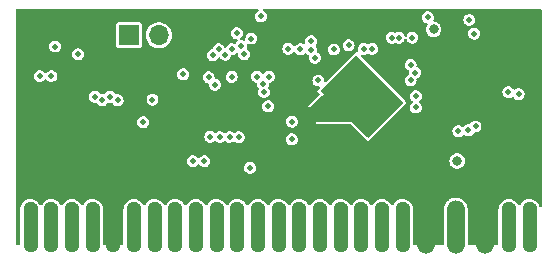
<source format=gbr>
%TF.GenerationSoftware,KiCad,Pcbnew,7.0.7*%
%TF.CreationDate,2024-01-01T23:26:11-08:00*%
%TF.ProjectId,Curly_Mini_v0,4375726c-795f-44d6-996e-695f76302e6b,rev?*%
%TF.SameCoordinates,Original*%
%TF.FileFunction,Copper,L3,Inr*%
%TF.FilePolarity,Positive*%
%FSLAX46Y46*%
G04 Gerber Fmt 4.6, Leading zero omitted, Abs format (unit mm)*
G04 Created by KiCad (PCBNEW 7.0.7) date 2024-01-01 23:26:11*
%MOMM*%
%LPD*%
G01*
G04 APERTURE LIST*
G04 Aperture macros list*
%AMFreePoly0*
4,1,29,0.193136,2.094410,0.334892,2.027705,0.455605,1.927842,0.547692,1.801096,0.605364,1.655431,0.625000,1.500000,0.625000,-1.500000,0.620072,-1.578333,0.581110,-1.730078,0.505636,-1.867366,0.398390,-1.981571,0.266112,-2.065517,0.117113,-2.113930,-0.039244,-2.123767,-0.193136,-2.094410,-0.334892,-2.027705,-0.455605,-1.927842,-0.547692,-1.801096,-0.605364,-1.655431,-0.625000,-1.500000,
-0.625000,1.500000,-0.620072,1.578333,-0.581110,1.730078,-0.505636,1.867366,-0.398390,1.981571,-0.266112,2.065517,-0.117113,2.113930,0.039244,2.123767,0.193136,2.094410,0.193136,2.094410,$1*%
%AMFreePoly1*
4,1,31,0.130236,2.238606,0.297060,2.188662,0.447869,2.101592,0.574533,1.982091,0.670224,1.836599,0.729784,1.672962,0.750000,1.500000,0.750000,-1.500000,0.744929,-1.587070,0.704769,-1.756515,0.626616,-1.912132,0.514681,-2.045530,0.375000,-2.149519,0.215102,-2.218492,0.043609,-2.248731,-0.130236,-2.238606,-0.297060,-2.188662,-0.447869,-2.101592,-0.574533,-1.982091,-0.670224,-1.836599,
-0.729784,-1.672962,-0.750000,-1.500000,-0.750000,1.500000,-0.744929,1.587070,-0.704769,1.756515,-0.626616,1.912132,-0.514681,2.045530,-0.375000,2.149519,-0.215102,2.218492,-0.043609,2.248731,0.130236,2.238606,0.130236,2.238606,$1*%
G04 Aperture macros list end*
%TA.AperFunction,CastellatedPad*%
%ADD10FreePoly0,180.000000*%
%TD*%
%TA.AperFunction,CastellatedPad*%
%ADD11FreePoly1,180.000000*%
%TD*%
%TA.AperFunction,ComponentPad*%
%ADD12R,1.700000X1.700000*%
%TD*%
%TA.AperFunction,ComponentPad*%
%ADD13O,1.700000X1.700000*%
%TD*%
%TA.AperFunction,ViaPad*%
%ADD14C,0.500000*%
%TD*%
%TA.AperFunction,ViaPad*%
%ADD15C,0.800000*%
%TD*%
G04 APERTURE END LIST*
D10*
%TO.N,/CANH*%
%TO.C,J26*%
X112675000Y-69600000D03*
%TO.N,/CANL*%
X110925000Y-69600000D03*
D11*
%TO.N,GND*%
X108925000Y-69600000D03*
%TO.N,VDC*%
X106425000Y-69600000D03*
%TO.N,GND*%
X103925000Y-69600000D03*
D10*
%TO.N,/~{EXT_RESET}*%
X101925000Y-69600000D03*
%TO.N,/GPIO_22*%
X100175000Y-69600000D03*
%TO.N,/GPIO_23*%
X98425000Y-69600000D03*
%TO.N,/GPIO_24*%
X96675000Y-69600000D03*
%TO.N,/GPIO_25*%
X94925000Y-69600000D03*
%TO.N,/GPIO_26_A0*%
X93175000Y-69600000D03*
%TO.N,/GPIO_27_A1*%
X91425000Y-69600000D03*
%TO.N,/GPIO_28_A2*%
X89675000Y-69600000D03*
%TO.N,/GPIO_29_A3*%
X87925000Y-69600000D03*
%TO.N,/GPIO_7*%
X86175000Y-69600000D03*
%TO.N,/GPIO_6*%
X84425000Y-69600000D03*
%TO.N,/GPIO_3*%
X82675000Y-69600000D03*
%TO.N,/GPIO_2*%
X80925000Y-69600000D03*
%TO.N,+3V3*%
X79175000Y-69600000D03*
%TO.N,GND*%
X77425000Y-69600000D03*
%TO.N,/RS232_1_RX*%
X75675000Y-69600000D03*
%TO.N,/RS232_1_TX*%
X73925000Y-69600000D03*
%TO.N,/RS232_0_RX*%
X72175000Y-69600000D03*
%TO.N,/RS232_0_TX*%
X70425000Y-69600000D03*
%TD*%
D12*
%TO.N,/USB_DP*%
%TO.C,J8*%
X78740000Y-53340000D03*
D13*
%TO.N,/USB_DM*%
X81280000Y-53340000D03*
%TO.N,GND*%
X83820000Y-53340000D03*
%TD*%
D14*
%TO.N,GND*%
X88341168Y-59355393D03*
%TO.N,/CAN_TXVR_STBY*%
X107575000Y-52050000D03*
X104075000Y-51825000D03*
%TO.N,GND*%
X86037000Y-59807289D03*
X86054911Y-60357089D03*
X88950000Y-51700000D03*
X89100000Y-52650000D03*
%TO.N,+3V3*%
X87900000Y-53175000D03*
X89125000Y-53625000D03*
X89925000Y-51750000D03*
%TO.N,GND*%
X108925000Y-65725000D03*
X108925000Y-65225000D03*
X107950000Y-66250000D03*
X107400000Y-66250000D03*
%TO.N,/GPIO_22*%
X89597934Y-56852306D03*
%TO.N,/GPIO_24*%
X88250000Y-54250000D03*
%TO.N,/GPIO_23*%
X88500500Y-54950000D03*
%TO.N,/GPIO_27_A1*%
X87454404Y-56863506D03*
%TO.N,/SWCLK*%
X90200000Y-58150000D03*
%TO.N,/SWDIO*%
X90102031Y-57457536D03*
%TO.N,/GPIO_25*%
X87446896Y-54520610D03*
%TO.N,/GPIO_26_A0*%
X86921987Y-54982966D03*
%TO.N,/GPIO_28_A2*%
X86344622Y-54532489D03*
%TO.N,/GPIO_29_A3*%
X85850000Y-55027112D03*
%TO.N,+3V3*%
X96100000Y-54550000D03*
X97350000Y-54200000D03*
X99350000Y-54500000D03*
X98650000Y-54500000D03*
%TO.N,GND*%
X97350000Y-52650000D03*
X99350000Y-52600000D03*
X98700000Y-52600000D03*
X102750000Y-54550000D03*
%TO.N,+5V*%
X101000000Y-53550000D03*
X101600000Y-53550000D03*
X102750000Y-53550000D03*
%TO.N,/~{CAN_RX_BUF0}*%
X94200000Y-54600000D03*
%TO.N,/~{CAN_RX_INT}*%
X94500000Y-55250000D03*
%TO.N,/~{CAN_RX_BUF1}*%
X94173944Y-53848944D03*
%TO.N,/~{CAN_RX_INT}*%
X102600000Y-57150000D03*
%TO.N,/~{CAN_RX_BUF0}*%
X103000000Y-56500000D03*
%TO.N,/~{CAN_RX_BUF1}*%
X102600000Y-55850000D03*
D15*
%TO.N,+5V*%
X104550000Y-52850000D03*
X106550000Y-64000000D03*
D14*
%TO.N,GND*%
X111750000Y-59275000D03*
%TO.N,+3V3*%
X111750000Y-58325000D03*
D15*
%TO.N,GND*%
X110600000Y-62250000D03*
D14*
X103900000Y-64250000D03*
%TO.N,/SPI1_RX*%
X103050000Y-59450000D03*
%TO.N,/SPI1_TX*%
X103050000Y-58500000D03*
%TO.N,GND*%
X107050000Y-53250000D03*
%TO.N,/SWCLK*%
X86032441Y-57538700D03*
%TO.N,/SWDIO*%
X85498746Y-56889935D03*
%TO.N,GND*%
X95010000Y-52000000D03*
%TO.N,+3V3*%
X83350000Y-56650000D03*
%TO.N,GND*%
X73744772Y-53650000D03*
X73200000Y-53650000D03*
%TO.N,/SWCLK*%
X74450000Y-54950000D03*
%TO.N,/SWDIO*%
X72500000Y-54300000D03*
%TO.N,GND*%
X75400000Y-65600000D03*
X72200000Y-63650000D03*
%TO.N,+3V3*%
X71200000Y-56800000D03*
X72200000Y-56800000D03*
%TO.N,GND*%
X71200000Y-57750000D03*
X72200000Y-57750000D03*
X73600000Y-59050000D03*
X73600000Y-58500000D03*
%TO.N,/UART_0_TX*%
X85650000Y-61950000D03*
%TO.N,/UART_0_RX*%
X86452951Y-61962032D03*
%TO.N,/UART_1_TX*%
X87275497Y-61963000D03*
%TO.N,/UART_1_RX*%
X88050000Y-61967992D03*
X77800000Y-58850000D03*
%TO.N,/UART_1_TX*%
X77150000Y-58550000D03*
%TO.N,/UART_0_TX*%
X76500000Y-58850000D03*
%TO.N,/UART_0_RX*%
X75850000Y-58550000D03*
%TO.N,+3V3*%
X93275000Y-54525000D03*
%TO.N,/~{EXT_RESET}*%
X92250000Y-54500000D03*
%TO.N,+3V3*%
X106650000Y-61465810D03*
%TO.N,GND*%
X105700000Y-61465810D03*
%TO.N,Net-(U2-RXCAN)*%
X110876056Y-58164754D03*
%TO.N,Net-(U2-TXCAN)*%
X107483423Y-61396169D03*
%TO.N,Net-(U2-RXCAN)*%
X108100000Y-61065810D03*
%TO.N,Net-(U2-TXCAN)*%
X107975000Y-53215810D03*
%TO.N,GND*%
X106350000Y-52850000D03*
X108000000Y-57940810D03*
X107575000Y-58315810D03*
X107000000Y-58365810D03*
X106500000Y-58365810D03*
X106000000Y-58215810D03*
X105600000Y-57865810D03*
X106875000Y-57510810D03*
X107275000Y-57115810D03*
X106875000Y-56715810D03*
X107800000Y-56265810D03*
X106000000Y-56265810D03*
X103000000Y-55205810D03*
%TO.N,+3V3*%
X90549500Y-59362000D03*
X94800000Y-57175000D03*
X85150000Y-64000000D03*
X89025000Y-64570000D03*
X80750000Y-58800000D03*
X84150000Y-64000000D03*
X79950000Y-60700000D03*
%TO.N,GND*%
X99700000Y-60650000D03*
X96650000Y-58800000D03*
X97200000Y-58250000D03*
X98000000Y-55750000D03*
X100350000Y-58300000D03*
X78950000Y-60700000D03*
X87060000Y-51925000D03*
X99950000Y-57900000D03*
X80750000Y-59800000D03*
X80050000Y-63150000D03*
X99400000Y-58450000D03*
X84150000Y-64975000D03*
X89050000Y-65545000D03*
X79750000Y-59800000D03*
X83350000Y-55700000D03*
X93800000Y-56650000D03*
X81400000Y-56750000D03*
X97050000Y-59200000D03*
X85150000Y-64975000D03*
X92750000Y-57575000D03*
X90742685Y-60411538D03*
X94825000Y-56225000D03*
X97600000Y-58650000D03*
X81350000Y-63150000D03*
X99800000Y-58850000D03*
%TO.N,/~{EXT_RESET}*%
X90600000Y-56862000D03*
%TO.N,/SPI1_TX*%
X92550000Y-60663000D03*
%TO.N,/SPI1_RX*%
X92550000Y-62162000D03*
%TD*%
%TA.AperFunction,Conductor*%
%TO.N,GND*%
G36*
X89699795Y-51139407D02*
G01*
X89735759Y-51188907D01*
X89735759Y-51250093D01*
X89699795Y-51299593D01*
X89695127Y-51302784D01*
X89593873Y-51367855D01*
X89499622Y-51476628D01*
X89439834Y-51607543D01*
X89419353Y-51749997D01*
X89419353Y-51750002D01*
X89439834Y-51892456D01*
X89499622Y-52023371D01*
X89499623Y-52023373D01*
X89592962Y-52131093D01*
X89593873Y-52132144D01*
X89710576Y-52207144D01*
X89714947Y-52209953D01*
X89821403Y-52241211D01*
X89853035Y-52250499D01*
X89853036Y-52250499D01*
X89853039Y-52250500D01*
X89853041Y-52250500D01*
X89996959Y-52250500D01*
X89996961Y-52250500D01*
X90135053Y-52209953D01*
X90256128Y-52132143D01*
X90350377Y-52023373D01*
X90410165Y-51892457D01*
X90416992Y-51844971D01*
X90419863Y-51825002D01*
X103569353Y-51825002D01*
X103589834Y-51967456D01*
X103627532Y-52050002D01*
X103649623Y-52098373D01*
X103743872Y-52207143D01*
X103743873Y-52207144D01*
X103864942Y-52284950D01*
X103864947Y-52284953D01*
X103948207Y-52309400D01*
X103970286Y-52315883D01*
X104020793Y-52350419D01*
X104041355Y-52408046D01*
X104024117Y-52466753D01*
X104023871Y-52467110D01*
X103969781Y-52545473D01*
X103969781Y-52545474D01*
X103913763Y-52693182D01*
X103913762Y-52693183D01*
X103894722Y-52849998D01*
X103894722Y-52850001D01*
X103913762Y-53006816D01*
X103913763Y-53006818D01*
X103963103Y-53136917D01*
X103969780Y-53154523D01*
X104059515Y-53284528D01*
X104059516Y-53284529D01*
X104059517Y-53284530D01*
X104177760Y-53389283D01*
X104317635Y-53462696D01*
X104471015Y-53500500D01*
X104471018Y-53500500D01*
X104628982Y-53500500D01*
X104628985Y-53500500D01*
X104782365Y-53462696D01*
X104922240Y-53389283D01*
X105040483Y-53284530D01*
X105087915Y-53215812D01*
X107469353Y-53215812D01*
X107489834Y-53358266D01*
X107549622Y-53489181D01*
X107549623Y-53489183D01*
X107624478Y-53575571D01*
X107643873Y-53597954D01*
X107764942Y-53675760D01*
X107764947Y-53675763D01*
X107845789Y-53699500D01*
X107903035Y-53716309D01*
X107903036Y-53716309D01*
X107903039Y-53716310D01*
X107903041Y-53716310D01*
X108046959Y-53716310D01*
X108046961Y-53716310D01*
X108185053Y-53675763D01*
X108306128Y-53597953D01*
X108400377Y-53489183D01*
X108460165Y-53358267D01*
X108480647Y-53215810D01*
X108474779Y-53175000D01*
X108460165Y-53073353D01*
X108400377Y-52942437D01*
X108306128Y-52833667D01*
X108306127Y-52833666D01*
X108306126Y-52833665D01*
X108185057Y-52755859D01*
X108185054Y-52755857D01*
X108185053Y-52755857D01*
X108185050Y-52755856D01*
X108046964Y-52715310D01*
X108046961Y-52715310D01*
X107903039Y-52715310D01*
X107903035Y-52715310D01*
X107764949Y-52755856D01*
X107764942Y-52755859D01*
X107643873Y-52833665D01*
X107549622Y-52942438D01*
X107489834Y-53073353D01*
X107469353Y-53215807D01*
X107469353Y-53215812D01*
X105087915Y-53215812D01*
X105130220Y-53154523D01*
X105186237Y-53006818D01*
X105205278Y-52850000D01*
X105198339Y-52792855D01*
X105186237Y-52693183D01*
X105186237Y-52693182D01*
X105130220Y-52545477D01*
X105051992Y-52432144D01*
X105040484Y-52415471D01*
X104936524Y-52323371D01*
X104922240Y-52310717D01*
X104814241Y-52254034D01*
X104782364Y-52237303D01*
X104628987Y-52199500D01*
X104628985Y-52199500D01*
X104608241Y-52199500D01*
X104550050Y-52180593D01*
X104514086Y-52131093D01*
X104514086Y-52069907D01*
X104518188Y-52059373D01*
X104522468Y-52050002D01*
X107069353Y-52050002D01*
X107089834Y-52192456D01*
X107146202Y-52315883D01*
X107149623Y-52323373D01*
X107209316Y-52392263D01*
X107243873Y-52432144D01*
X107364942Y-52509950D01*
X107364947Y-52509953D01*
X107471403Y-52541211D01*
X107503035Y-52550499D01*
X107503036Y-52550499D01*
X107503039Y-52550500D01*
X107503041Y-52550500D01*
X107646959Y-52550500D01*
X107646961Y-52550500D01*
X107785053Y-52509953D01*
X107906128Y-52432143D01*
X108000377Y-52323373D01*
X108060165Y-52192457D01*
X108073692Y-52098373D01*
X108080647Y-52050002D01*
X108080647Y-52049997D01*
X108060165Y-51907543D01*
X108000377Y-51776628D01*
X108000377Y-51776627D01*
X107906128Y-51667857D01*
X107906127Y-51667856D01*
X107906126Y-51667855D01*
X107785057Y-51590049D01*
X107785054Y-51590047D01*
X107785053Y-51590047D01*
X107785050Y-51590046D01*
X107646964Y-51549500D01*
X107646961Y-51549500D01*
X107503039Y-51549500D01*
X107503035Y-51549500D01*
X107364949Y-51590046D01*
X107364942Y-51590049D01*
X107243873Y-51667855D01*
X107149622Y-51776628D01*
X107089834Y-51907543D01*
X107069353Y-52049997D01*
X107069353Y-52050002D01*
X104522468Y-52050002D01*
X104560165Y-51967456D01*
X104580647Y-51825002D01*
X104580647Y-51824997D01*
X104560165Y-51682543D01*
X104517923Y-51590047D01*
X104500377Y-51551627D01*
X104406128Y-51442857D01*
X104406127Y-51442856D01*
X104406126Y-51442855D01*
X104285057Y-51365049D01*
X104285054Y-51365047D01*
X104285053Y-51365047D01*
X104285050Y-51365046D01*
X104146964Y-51324500D01*
X104146961Y-51324500D01*
X104003039Y-51324500D01*
X104003035Y-51324500D01*
X103864949Y-51365046D01*
X103864942Y-51365049D01*
X103743873Y-51442855D01*
X103649622Y-51551628D01*
X103589834Y-51682543D01*
X103569353Y-51824997D01*
X103569353Y-51825002D01*
X90419863Y-51825002D01*
X90430647Y-51750002D01*
X90430647Y-51749997D01*
X90410165Y-51607543D01*
X90350377Y-51476628D01*
X90350377Y-51476627D01*
X90256128Y-51367857D01*
X90256127Y-51367856D01*
X90256126Y-51367855D01*
X90154873Y-51302784D01*
X90116141Y-51255418D01*
X90112648Y-51194332D01*
X90145728Y-51142860D01*
X90202744Y-51120661D01*
X90208396Y-51120500D01*
X113615500Y-51120500D01*
X113673691Y-51139407D01*
X113709655Y-51188907D01*
X113714500Y-51219500D01*
X113714500Y-67814900D01*
X113695593Y-67873091D01*
X113646093Y-67909055D01*
X113584907Y-67909055D01*
X113535407Y-67873091D01*
X113523452Y-67851344D01*
X113522647Y-67849312D01*
X113504937Y-67804579D01*
X113464519Y-67702494D01*
X113464517Y-67702490D01*
X113433673Y-67646386D01*
X113340855Y-67518633D01*
X113299205Y-67474279D01*
X113297035Y-67471968D01*
X113297023Y-67471957D01*
X113175356Y-67371305D01*
X113148328Y-67354153D01*
X113121300Y-67337001D01*
X113049859Y-67303383D01*
X112978417Y-67269765D01*
X112917546Y-67249986D01*
X112917531Y-67249982D01*
X112917530Y-67249982D01*
X112917526Y-67249981D01*
X112917521Y-67249980D01*
X112762420Y-67220393D01*
X112762415Y-67220392D01*
X112698519Y-67216372D01*
X112698518Y-67216372D01*
X112540913Y-67226287D01*
X112478038Y-67238282D01*
X112478013Y-67238288D01*
X112327859Y-67287077D01*
X112327849Y-67287081D01*
X112269917Y-67314341D01*
X112269905Y-67314348D01*
X112136591Y-67398952D01*
X112087257Y-67439764D01*
X112087255Y-67439767D01*
X111979160Y-67554876D01*
X111941530Y-67606671D01*
X111941527Y-67606676D01*
X111888439Y-67703243D01*
X111843837Y-67745127D01*
X111783134Y-67752795D01*
X111729517Y-67723319D01*
X111714931Y-67703244D01*
X111714518Y-67702493D01*
X111714517Y-67702490D01*
X111683673Y-67646386D01*
X111590855Y-67518633D01*
X111549205Y-67474279D01*
X111547035Y-67471968D01*
X111547023Y-67471957D01*
X111425356Y-67371305D01*
X111398328Y-67354153D01*
X111371300Y-67337001D01*
X111299858Y-67303383D01*
X111228417Y-67269765D01*
X111167546Y-67249986D01*
X111167531Y-67249982D01*
X111167530Y-67249982D01*
X111167526Y-67249981D01*
X111167521Y-67249980D01*
X111012420Y-67220393D01*
X111012415Y-67220392D01*
X110948519Y-67216372D01*
X110948518Y-67216372D01*
X110790913Y-67226287D01*
X110728038Y-67238282D01*
X110728013Y-67238288D01*
X110577859Y-67287077D01*
X110577849Y-67287081D01*
X110519917Y-67314341D01*
X110519905Y-67314348D01*
X110386591Y-67398952D01*
X110337257Y-67439764D01*
X110337255Y-67439767D01*
X110229160Y-67554876D01*
X110191530Y-67606671D01*
X110191527Y-67606676D01*
X110115462Y-67745037D01*
X110115452Y-67745059D01*
X110091891Y-67804563D01*
X110091886Y-67804576D01*
X110091887Y-67804576D01*
X110052616Y-67957526D01*
X110052614Y-67957534D01*
X110052615Y-67957534D01*
X110044592Y-68021043D01*
X110044592Y-69543750D01*
X110044231Y-69549723D01*
X110041864Y-69569206D01*
X110041864Y-69630791D01*
X110044231Y-69650276D01*
X110044592Y-69656249D01*
X110044592Y-71020500D01*
X110025685Y-71078691D01*
X109976185Y-71114655D01*
X109945592Y-71119500D01*
X107529408Y-71119500D01*
X107471217Y-71100593D01*
X107435253Y-71051093D01*
X107430408Y-71020500D01*
X107430407Y-69659247D01*
X107430719Y-69653698D01*
X107431188Y-69649533D01*
X107433548Y-69628597D01*
X107433548Y-69571403D01*
X107430719Y-69546294D01*
X107430408Y-69540748D01*
X107430408Y-68048887D01*
X107429544Y-68034045D01*
X107428024Y-68021043D01*
X107413433Y-67896210D01*
X107399757Y-67838506D01*
X107387407Y-67804576D01*
X107339798Y-67673770D01*
X107339796Y-67673766D01*
X107339792Y-67673754D01*
X107313178Y-67620761D01*
X107216836Y-67474279D01*
X107216832Y-67474274D01*
X107216828Y-67474268D01*
X107178721Y-67428856D01*
X107178716Y-67428850D01*
X107090777Y-67345884D01*
X107051191Y-67308536D01*
X107051186Y-67308532D01*
X107003632Y-67273129D01*
X107003626Y-67273125D01*
X106963541Y-67249982D01*
X106851785Y-67185460D01*
X106849420Y-67184440D01*
X106797335Y-67161972D01*
X106797333Y-67161971D01*
X106699065Y-67132552D01*
X106629375Y-67111688D01*
X106629370Y-67111687D01*
X106570975Y-67101390D01*
X106454287Y-67094593D01*
X106395944Y-67091196D01*
X106395943Y-67091196D01*
X106336740Y-67094644D01*
X106164089Y-67125086D01*
X106164082Y-67125088D01*
X106107280Y-67142092D01*
X106107269Y-67142096D01*
X105946287Y-67211537D01*
X105946280Y-67211541D01*
X105894948Y-67241178D01*
X105894931Y-67241188D01*
X105894928Y-67241191D01*
X105856547Y-67269765D01*
X105754301Y-67345884D01*
X105754283Y-67345898D01*
X105711178Y-67386565D01*
X105711165Y-67386578D01*
X105598464Y-67520888D01*
X105565877Y-67570433D01*
X105487192Y-67727109D01*
X105487186Y-67727123D01*
X105466907Y-67782838D01*
X105426477Y-67953427D01*
X105419592Y-68012336D01*
X105419591Y-68012346D01*
X105419591Y-69540752D01*
X105419280Y-69546293D01*
X105418894Y-69549723D01*
X105416452Y-69571396D01*
X105416452Y-69628606D01*
X105419280Y-69653695D01*
X105419592Y-69659244D01*
X105419592Y-71020500D01*
X105400685Y-71078691D01*
X105351185Y-71114655D01*
X105320592Y-71119500D01*
X102904408Y-71119500D01*
X102846217Y-71100593D01*
X102810253Y-71051093D01*
X102805408Y-71020500D01*
X102805407Y-69656253D01*
X102805768Y-69650280D01*
X102808136Y-69630787D01*
X102808136Y-69569213D01*
X102805767Y-69549717D01*
X102805407Y-69543746D01*
X102805408Y-68052661D01*
X102805408Y-68052660D01*
X102805171Y-68048887D01*
X102804400Y-68036635D01*
X102788569Y-67911322D01*
X102772648Y-67849313D01*
X102731368Y-67745050D01*
X102714519Y-67702494D01*
X102714517Y-67702490D01*
X102683673Y-67646386D01*
X102590855Y-67518633D01*
X102549205Y-67474279D01*
X102547035Y-67471968D01*
X102547023Y-67471957D01*
X102425356Y-67371305D01*
X102398328Y-67354153D01*
X102371300Y-67337001D01*
X102299858Y-67303383D01*
X102228417Y-67269765D01*
X102167546Y-67249986D01*
X102167531Y-67249982D01*
X102167530Y-67249982D01*
X102167526Y-67249981D01*
X102167521Y-67249980D01*
X102012420Y-67220393D01*
X102012415Y-67220392D01*
X101948519Y-67216372D01*
X101948518Y-67216372D01*
X101790913Y-67226287D01*
X101728038Y-67238282D01*
X101728013Y-67238288D01*
X101577859Y-67287077D01*
X101577849Y-67287081D01*
X101519917Y-67314341D01*
X101519905Y-67314348D01*
X101386591Y-67398952D01*
X101337257Y-67439764D01*
X101337255Y-67439767D01*
X101229160Y-67554876D01*
X101191530Y-67606671D01*
X101191527Y-67606676D01*
X101138439Y-67703243D01*
X101093837Y-67745127D01*
X101033134Y-67752795D01*
X100979517Y-67723319D01*
X100964931Y-67703244D01*
X100964518Y-67702493D01*
X100964517Y-67702490D01*
X100933673Y-67646386D01*
X100840855Y-67518633D01*
X100799205Y-67474279D01*
X100797035Y-67471968D01*
X100797023Y-67471957D01*
X100675356Y-67371305D01*
X100648328Y-67354153D01*
X100621300Y-67337001D01*
X100549859Y-67303383D01*
X100478417Y-67269765D01*
X100417546Y-67249986D01*
X100417531Y-67249982D01*
X100417530Y-67249982D01*
X100417526Y-67249981D01*
X100417521Y-67249980D01*
X100262420Y-67220393D01*
X100262415Y-67220392D01*
X100198519Y-67216372D01*
X100198518Y-67216372D01*
X100040913Y-67226287D01*
X99978038Y-67238282D01*
X99978013Y-67238288D01*
X99827859Y-67287077D01*
X99827849Y-67287081D01*
X99769917Y-67314341D01*
X99769905Y-67314348D01*
X99636591Y-67398952D01*
X99587257Y-67439764D01*
X99587255Y-67439767D01*
X99479160Y-67554876D01*
X99441530Y-67606671D01*
X99441527Y-67606676D01*
X99388439Y-67703243D01*
X99343837Y-67745127D01*
X99283134Y-67752795D01*
X99229517Y-67723319D01*
X99214931Y-67703244D01*
X99214518Y-67702493D01*
X99214517Y-67702490D01*
X99183673Y-67646386D01*
X99090855Y-67518633D01*
X99049205Y-67474279D01*
X99047035Y-67471968D01*
X99047023Y-67471957D01*
X98925356Y-67371305D01*
X98898328Y-67354153D01*
X98871300Y-67337001D01*
X98799858Y-67303383D01*
X98728417Y-67269765D01*
X98667546Y-67249986D01*
X98667531Y-67249982D01*
X98667530Y-67249982D01*
X98667526Y-67249981D01*
X98667521Y-67249980D01*
X98512420Y-67220393D01*
X98512415Y-67220392D01*
X98448519Y-67216372D01*
X98448518Y-67216372D01*
X98290913Y-67226287D01*
X98228038Y-67238282D01*
X98228013Y-67238288D01*
X98077859Y-67287077D01*
X98077849Y-67287081D01*
X98019917Y-67314341D01*
X98019905Y-67314348D01*
X97886591Y-67398952D01*
X97837257Y-67439764D01*
X97837255Y-67439767D01*
X97729160Y-67554876D01*
X97691530Y-67606671D01*
X97691527Y-67606676D01*
X97638439Y-67703243D01*
X97593837Y-67745127D01*
X97533134Y-67752795D01*
X97479517Y-67723319D01*
X97464931Y-67703244D01*
X97464518Y-67702493D01*
X97464517Y-67702490D01*
X97433673Y-67646386D01*
X97340855Y-67518633D01*
X97299205Y-67474279D01*
X97297035Y-67471968D01*
X97297023Y-67471957D01*
X97175356Y-67371305D01*
X97148328Y-67354153D01*
X97121300Y-67337001D01*
X97049859Y-67303383D01*
X96978417Y-67269765D01*
X96917546Y-67249986D01*
X96917531Y-67249982D01*
X96917530Y-67249982D01*
X96917526Y-67249981D01*
X96917521Y-67249980D01*
X96762420Y-67220393D01*
X96762415Y-67220392D01*
X96698519Y-67216372D01*
X96698518Y-67216372D01*
X96540913Y-67226287D01*
X96478038Y-67238282D01*
X96478013Y-67238288D01*
X96327859Y-67287077D01*
X96327849Y-67287081D01*
X96269917Y-67314341D01*
X96269905Y-67314348D01*
X96136591Y-67398952D01*
X96087257Y-67439764D01*
X96087255Y-67439767D01*
X95979160Y-67554876D01*
X95941530Y-67606671D01*
X95941527Y-67606676D01*
X95888439Y-67703243D01*
X95843837Y-67745127D01*
X95783134Y-67752795D01*
X95729517Y-67723319D01*
X95714931Y-67703244D01*
X95714518Y-67702493D01*
X95714517Y-67702490D01*
X95683673Y-67646386D01*
X95590855Y-67518633D01*
X95549205Y-67474279D01*
X95547035Y-67471968D01*
X95547023Y-67471957D01*
X95425356Y-67371305D01*
X95398328Y-67354153D01*
X95371300Y-67337001D01*
X95299858Y-67303383D01*
X95228417Y-67269765D01*
X95167546Y-67249986D01*
X95167531Y-67249982D01*
X95167530Y-67249982D01*
X95167526Y-67249981D01*
X95167521Y-67249980D01*
X95012420Y-67220393D01*
X95012415Y-67220392D01*
X94948519Y-67216372D01*
X94948518Y-67216372D01*
X94790913Y-67226287D01*
X94728038Y-67238282D01*
X94728013Y-67238288D01*
X94577859Y-67287077D01*
X94577849Y-67287081D01*
X94519917Y-67314341D01*
X94519905Y-67314348D01*
X94386591Y-67398952D01*
X94337257Y-67439764D01*
X94337255Y-67439767D01*
X94229160Y-67554876D01*
X94191530Y-67606671D01*
X94191527Y-67606676D01*
X94138439Y-67703243D01*
X94093837Y-67745127D01*
X94033134Y-67752795D01*
X93979517Y-67723319D01*
X93964931Y-67703244D01*
X93964518Y-67702493D01*
X93964517Y-67702490D01*
X93933673Y-67646386D01*
X93840855Y-67518633D01*
X93799205Y-67474279D01*
X93797035Y-67471968D01*
X93797023Y-67471957D01*
X93675356Y-67371305D01*
X93648328Y-67354153D01*
X93621300Y-67337001D01*
X93549859Y-67303383D01*
X93478417Y-67269765D01*
X93417546Y-67249986D01*
X93417531Y-67249982D01*
X93417530Y-67249982D01*
X93417526Y-67249981D01*
X93417521Y-67249980D01*
X93262420Y-67220393D01*
X93262415Y-67220392D01*
X93198519Y-67216372D01*
X93198518Y-67216372D01*
X93040913Y-67226287D01*
X92978038Y-67238282D01*
X92978013Y-67238288D01*
X92827859Y-67287077D01*
X92827849Y-67287081D01*
X92769917Y-67314341D01*
X92769905Y-67314348D01*
X92636591Y-67398952D01*
X92587257Y-67439764D01*
X92587255Y-67439767D01*
X92479160Y-67554876D01*
X92441530Y-67606671D01*
X92441527Y-67606676D01*
X92388439Y-67703243D01*
X92343837Y-67745127D01*
X92283134Y-67752795D01*
X92229517Y-67723319D01*
X92214931Y-67703244D01*
X92214518Y-67702493D01*
X92214517Y-67702490D01*
X92183673Y-67646386D01*
X92090855Y-67518633D01*
X92049205Y-67474279D01*
X92047035Y-67471968D01*
X92047023Y-67471957D01*
X91925356Y-67371305D01*
X91898328Y-67354153D01*
X91871300Y-67337001D01*
X91799858Y-67303383D01*
X91728417Y-67269765D01*
X91667546Y-67249986D01*
X91667531Y-67249982D01*
X91667530Y-67249982D01*
X91667526Y-67249981D01*
X91667521Y-67249980D01*
X91512420Y-67220393D01*
X91512415Y-67220392D01*
X91448519Y-67216372D01*
X91448518Y-67216372D01*
X91290913Y-67226287D01*
X91228038Y-67238282D01*
X91228013Y-67238288D01*
X91077859Y-67287077D01*
X91077849Y-67287081D01*
X91019917Y-67314341D01*
X91019905Y-67314348D01*
X90886591Y-67398952D01*
X90837257Y-67439764D01*
X90837255Y-67439767D01*
X90729160Y-67554876D01*
X90691530Y-67606671D01*
X90691527Y-67606676D01*
X90638439Y-67703243D01*
X90593837Y-67745127D01*
X90533134Y-67752795D01*
X90479517Y-67723319D01*
X90464931Y-67703244D01*
X90464518Y-67702493D01*
X90464517Y-67702490D01*
X90433673Y-67646386D01*
X90340855Y-67518633D01*
X90299205Y-67474279D01*
X90297035Y-67471968D01*
X90297023Y-67471957D01*
X90175356Y-67371305D01*
X90148328Y-67354153D01*
X90121300Y-67337001D01*
X90049859Y-67303383D01*
X89978417Y-67269765D01*
X89917546Y-67249986D01*
X89917531Y-67249982D01*
X89917530Y-67249982D01*
X89917526Y-67249981D01*
X89917521Y-67249980D01*
X89762420Y-67220393D01*
X89762415Y-67220392D01*
X89698519Y-67216372D01*
X89698518Y-67216372D01*
X89540913Y-67226287D01*
X89478038Y-67238282D01*
X89478013Y-67238288D01*
X89327859Y-67287077D01*
X89327849Y-67287081D01*
X89269917Y-67314341D01*
X89269905Y-67314348D01*
X89136591Y-67398952D01*
X89087257Y-67439764D01*
X89087255Y-67439767D01*
X88979160Y-67554876D01*
X88941530Y-67606671D01*
X88941527Y-67606676D01*
X88888439Y-67703243D01*
X88843837Y-67745127D01*
X88783134Y-67752795D01*
X88729517Y-67723319D01*
X88714931Y-67703244D01*
X88714518Y-67702493D01*
X88714517Y-67702490D01*
X88683673Y-67646386D01*
X88590855Y-67518633D01*
X88549205Y-67474279D01*
X88547035Y-67471968D01*
X88547023Y-67471957D01*
X88425356Y-67371305D01*
X88398328Y-67354153D01*
X88371300Y-67337001D01*
X88299858Y-67303383D01*
X88228417Y-67269765D01*
X88167546Y-67249986D01*
X88167531Y-67249982D01*
X88167530Y-67249982D01*
X88167526Y-67249981D01*
X88167521Y-67249980D01*
X88012420Y-67220393D01*
X88012415Y-67220392D01*
X87948519Y-67216372D01*
X87948518Y-67216372D01*
X87790913Y-67226287D01*
X87728038Y-67238282D01*
X87728013Y-67238288D01*
X87577859Y-67287077D01*
X87577849Y-67287081D01*
X87519917Y-67314341D01*
X87519905Y-67314348D01*
X87386591Y-67398952D01*
X87337257Y-67439764D01*
X87337255Y-67439767D01*
X87229160Y-67554876D01*
X87191530Y-67606671D01*
X87191527Y-67606676D01*
X87138439Y-67703243D01*
X87093837Y-67745127D01*
X87033134Y-67752795D01*
X86979517Y-67723319D01*
X86964931Y-67703244D01*
X86964518Y-67702493D01*
X86964517Y-67702490D01*
X86933673Y-67646386D01*
X86840855Y-67518633D01*
X86799205Y-67474279D01*
X86797035Y-67471968D01*
X86797023Y-67471957D01*
X86675356Y-67371305D01*
X86648328Y-67354153D01*
X86621300Y-67337001D01*
X86549859Y-67303383D01*
X86478417Y-67269765D01*
X86417546Y-67249986D01*
X86417531Y-67249982D01*
X86417530Y-67249982D01*
X86417526Y-67249981D01*
X86417521Y-67249980D01*
X86262420Y-67220393D01*
X86262415Y-67220392D01*
X86198519Y-67216372D01*
X86198518Y-67216372D01*
X86040913Y-67226287D01*
X85978038Y-67238282D01*
X85978013Y-67238288D01*
X85827859Y-67287077D01*
X85827849Y-67287081D01*
X85769917Y-67314341D01*
X85769905Y-67314348D01*
X85636591Y-67398952D01*
X85587257Y-67439764D01*
X85587255Y-67439767D01*
X85479160Y-67554876D01*
X85441530Y-67606671D01*
X85441527Y-67606676D01*
X85388439Y-67703243D01*
X85343837Y-67745127D01*
X85283134Y-67752795D01*
X85229517Y-67723319D01*
X85214931Y-67703244D01*
X85214518Y-67702493D01*
X85214517Y-67702490D01*
X85183673Y-67646386D01*
X85090855Y-67518633D01*
X85049205Y-67474279D01*
X85047035Y-67471968D01*
X85047023Y-67471957D01*
X84925356Y-67371305D01*
X84898328Y-67354153D01*
X84871300Y-67337001D01*
X84799858Y-67303383D01*
X84728417Y-67269765D01*
X84667546Y-67249986D01*
X84667531Y-67249982D01*
X84667530Y-67249982D01*
X84667526Y-67249981D01*
X84667521Y-67249980D01*
X84512420Y-67220393D01*
X84512415Y-67220392D01*
X84448519Y-67216372D01*
X84448518Y-67216372D01*
X84290913Y-67226287D01*
X84228038Y-67238282D01*
X84228013Y-67238288D01*
X84077859Y-67287077D01*
X84077849Y-67287081D01*
X84019917Y-67314341D01*
X84019905Y-67314348D01*
X83886591Y-67398952D01*
X83837257Y-67439764D01*
X83837255Y-67439767D01*
X83729160Y-67554876D01*
X83691530Y-67606671D01*
X83691527Y-67606676D01*
X83638439Y-67703243D01*
X83593837Y-67745127D01*
X83533134Y-67752795D01*
X83479517Y-67723319D01*
X83464931Y-67703244D01*
X83464518Y-67702493D01*
X83464517Y-67702490D01*
X83433673Y-67646386D01*
X83340855Y-67518633D01*
X83299205Y-67474279D01*
X83297035Y-67471968D01*
X83297023Y-67471957D01*
X83175356Y-67371305D01*
X83148328Y-67354153D01*
X83121300Y-67337001D01*
X83049859Y-67303383D01*
X82978417Y-67269765D01*
X82917546Y-67249986D01*
X82917531Y-67249982D01*
X82917530Y-67249982D01*
X82917526Y-67249981D01*
X82917521Y-67249980D01*
X82762420Y-67220393D01*
X82762415Y-67220392D01*
X82698519Y-67216372D01*
X82698518Y-67216372D01*
X82540913Y-67226287D01*
X82478038Y-67238282D01*
X82478013Y-67238288D01*
X82327859Y-67287077D01*
X82327849Y-67287081D01*
X82269917Y-67314341D01*
X82269905Y-67314348D01*
X82136591Y-67398952D01*
X82087257Y-67439764D01*
X82087255Y-67439767D01*
X81979160Y-67554876D01*
X81941530Y-67606671D01*
X81941527Y-67606676D01*
X81888439Y-67703243D01*
X81843837Y-67745127D01*
X81783134Y-67752795D01*
X81729517Y-67723319D01*
X81714931Y-67703244D01*
X81714518Y-67702493D01*
X81714517Y-67702490D01*
X81683673Y-67646386D01*
X81590855Y-67518633D01*
X81549205Y-67474279D01*
X81547035Y-67471968D01*
X81547023Y-67471957D01*
X81425356Y-67371305D01*
X81398328Y-67354153D01*
X81371300Y-67337001D01*
X81299859Y-67303383D01*
X81228417Y-67269765D01*
X81167546Y-67249986D01*
X81167531Y-67249982D01*
X81167530Y-67249982D01*
X81167526Y-67249981D01*
X81167521Y-67249980D01*
X81012420Y-67220393D01*
X81012415Y-67220392D01*
X80948519Y-67216372D01*
X80948518Y-67216372D01*
X80790913Y-67226287D01*
X80728038Y-67238282D01*
X80728013Y-67238288D01*
X80577859Y-67287077D01*
X80577849Y-67287081D01*
X80519917Y-67314341D01*
X80519905Y-67314348D01*
X80386591Y-67398952D01*
X80337257Y-67439764D01*
X80337255Y-67439767D01*
X80229160Y-67554876D01*
X80191530Y-67606671D01*
X80191527Y-67606676D01*
X80138439Y-67703243D01*
X80093837Y-67745127D01*
X80033134Y-67752795D01*
X79979517Y-67723319D01*
X79964931Y-67703244D01*
X79964518Y-67702493D01*
X79964517Y-67702490D01*
X79933673Y-67646386D01*
X79840855Y-67518633D01*
X79799205Y-67474279D01*
X79797035Y-67471968D01*
X79797023Y-67471957D01*
X79675356Y-67371305D01*
X79648328Y-67354153D01*
X79621300Y-67337001D01*
X79549858Y-67303383D01*
X79478417Y-67269765D01*
X79417546Y-67249986D01*
X79417531Y-67249982D01*
X79417530Y-67249982D01*
X79417526Y-67249981D01*
X79417521Y-67249980D01*
X79262420Y-67220393D01*
X79262415Y-67220392D01*
X79198519Y-67216372D01*
X79198518Y-67216372D01*
X79040913Y-67226287D01*
X78978038Y-67238282D01*
X78978013Y-67238288D01*
X78827859Y-67287077D01*
X78827849Y-67287081D01*
X78769917Y-67314341D01*
X78769905Y-67314348D01*
X78636591Y-67398952D01*
X78587257Y-67439764D01*
X78587255Y-67439767D01*
X78479160Y-67554876D01*
X78441530Y-67606671D01*
X78441527Y-67606676D01*
X78365462Y-67745037D01*
X78365452Y-67745059D01*
X78341891Y-67804563D01*
X78341886Y-67804576D01*
X78341887Y-67804576D01*
X78302616Y-67957526D01*
X78302614Y-67957534D01*
X78302615Y-67957534D01*
X78294592Y-68021043D01*
X78294592Y-69543750D01*
X78294231Y-69549723D01*
X78291864Y-69569206D01*
X78291864Y-69630791D01*
X78294231Y-69650276D01*
X78294592Y-69656249D01*
X78294592Y-71020500D01*
X78275685Y-71078691D01*
X78226185Y-71114655D01*
X78195592Y-71119500D01*
X76654408Y-71119500D01*
X76596217Y-71100593D01*
X76560253Y-71051093D01*
X76555408Y-71020500D01*
X76555408Y-69656249D01*
X76555769Y-69650276D01*
X76558136Y-69630787D01*
X76558136Y-69569213D01*
X76555768Y-69549715D01*
X76555408Y-69543750D01*
X76555408Y-68052660D01*
X76555171Y-68048887D01*
X76554400Y-68036635D01*
X76538569Y-67911322D01*
X76522648Y-67849313D01*
X76481368Y-67745050D01*
X76464519Y-67702494D01*
X76464517Y-67702490D01*
X76433673Y-67646386D01*
X76340855Y-67518633D01*
X76299205Y-67474279D01*
X76297035Y-67471968D01*
X76297023Y-67471957D01*
X76175356Y-67371305D01*
X76148328Y-67354153D01*
X76121300Y-67337001D01*
X76049859Y-67303383D01*
X75978417Y-67269765D01*
X75917546Y-67249986D01*
X75917531Y-67249982D01*
X75917530Y-67249982D01*
X75917526Y-67249981D01*
X75917521Y-67249980D01*
X75762420Y-67220393D01*
X75762415Y-67220392D01*
X75698519Y-67216372D01*
X75698518Y-67216372D01*
X75540913Y-67226287D01*
X75478038Y-67238282D01*
X75478013Y-67238288D01*
X75327859Y-67287077D01*
X75327849Y-67287081D01*
X75269917Y-67314341D01*
X75269905Y-67314348D01*
X75136591Y-67398952D01*
X75087257Y-67439764D01*
X75087255Y-67439767D01*
X74979160Y-67554876D01*
X74941530Y-67606671D01*
X74941527Y-67606676D01*
X74888439Y-67703243D01*
X74843837Y-67745127D01*
X74783134Y-67752795D01*
X74729517Y-67723319D01*
X74714931Y-67703244D01*
X74714518Y-67702493D01*
X74714517Y-67702490D01*
X74683673Y-67646386D01*
X74590855Y-67518633D01*
X74549205Y-67474279D01*
X74547035Y-67471968D01*
X74547023Y-67471957D01*
X74425356Y-67371305D01*
X74398328Y-67354153D01*
X74371300Y-67337001D01*
X74299859Y-67303383D01*
X74228417Y-67269765D01*
X74167546Y-67249986D01*
X74167531Y-67249982D01*
X74167530Y-67249982D01*
X74167526Y-67249981D01*
X74167521Y-67249980D01*
X74012420Y-67220393D01*
X74012415Y-67220392D01*
X73948519Y-67216372D01*
X73948518Y-67216372D01*
X73790913Y-67226287D01*
X73728038Y-67238282D01*
X73728013Y-67238288D01*
X73577859Y-67287077D01*
X73577849Y-67287081D01*
X73519917Y-67314341D01*
X73519905Y-67314348D01*
X73386591Y-67398952D01*
X73337257Y-67439764D01*
X73337255Y-67439767D01*
X73229160Y-67554876D01*
X73191530Y-67606671D01*
X73191527Y-67606676D01*
X73138439Y-67703243D01*
X73093837Y-67745127D01*
X73033134Y-67752795D01*
X72979517Y-67723319D01*
X72964931Y-67703244D01*
X72964518Y-67702493D01*
X72964517Y-67702490D01*
X72933673Y-67646386D01*
X72840855Y-67518633D01*
X72799205Y-67474279D01*
X72797035Y-67471968D01*
X72797023Y-67471957D01*
X72675356Y-67371305D01*
X72648328Y-67354153D01*
X72621300Y-67337001D01*
X72549858Y-67303383D01*
X72478417Y-67269765D01*
X72417546Y-67249986D01*
X72417531Y-67249982D01*
X72417530Y-67249982D01*
X72417526Y-67249981D01*
X72417521Y-67249980D01*
X72262420Y-67220393D01*
X72262415Y-67220392D01*
X72198519Y-67216372D01*
X72198518Y-67216372D01*
X72040913Y-67226287D01*
X71978038Y-67238282D01*
X71978013Y-67238288D01*
X71827859Y-67287077D01*
X71827849Y-67287081D01*
X71769917Y-67314341D01*
X71769905Y-67314348D01*
X71636591Y-67398952D01*
X71587257Y-67439764D01*
X71587255Y-67439767D01*
X71479160Y-67554876D01*
X71441530Y-67606671D01*
X71441527Y-67606676D01*
X71388439Y-67703243D01*
X71343837Y-67745127D01*
X71283134Y-67752795D01*
X71229517Y-67723319D01*
X71214931Y-67703244D01*
X71214518Y-67702493D01*
X71214517Y-67702490D01*
X71183673Y-67646386D01*
X71090855Y-67518633D01*
X71049205Y-67474279D01*
X71047035Y-67471968D01*
X71047023Y-67471957D01*
X70925356Y-67371305D01*
X70898328Y-67354153D01*
X70871300Y-67337001D01*
X70799859Y-67303383D01*
X70728417Y-67269765D01*
X70667546Y-67249986D01*
X70667531Y-67249982D01*
X70667530Y-67249982D01*
X70667526Y-67249981D01*
X70667521Y-67249980D01*
X70512420Y-67220393D01*
X70512415Y-67220392D01*
X70448519Y-67216372D01*
X70448518Y-67216372D01*
X70290913Y-67226287D01*
X70228038Y-67238282D01*
X70228013Y-67238288D01*
X70077859Y-67287077D01*
X70077849Y-67287081D01*
X70019917Y-67314341D01*
X70019905Y-67314348D01*
X69886591Y-67398952D01*
X69837257Y-67439764D01*
X69837255Y-67439767D01*
X69729160Y-67554876D01*
X69691530Y-67606671D01*
X69691527Y-67606676D01*
X69615462Y-67745037D01*
X69615452Y-67745059D01*
X69591891Y-67804563D01*
X69591886Y-67804576D01*
X69591887Y-67804576D01*
X69552616Y-67957526D01*
X69552614Y-67957534D01*
X69552615Y-67957534D01*
X69544592Y-68021043D01*
X69544592Y-69543750D01*
X69544231Y-69549723D01*
X69541864Y-69569206D01*
X69541864Y-69630791D01*
X69544231Y-69650276D01*
X69544592Y-69656249D01*
X69544592Y-71020500D01*
X69525685Y-71078691D01*
X69476185Y-71114655D01*
X69445592Y-71119500D01*
X69314500Y-71119500D01*
X69256309Y-71100593D01*
X69220345Y-71051093D01*
X69215500Y-71020500D01*
X69215500Y-64570002D01*
X88519353Y-64570002D01*
X88539834Y-64712456D01*
X88599622Y-64843371D01*
X88599623Y-64843373D01*
X88693872Y-64952143D01*
X88693873Y-64952144D01*
X88814942Y-65029950D01*
X88814947Y-65029953D01*
X88921403Y-65061211D01*
X88953035Y-65070499D01*
X88953036Y-65070499D01*
X88953039Y-65070500D01*
X88953041Y-65070500D01*
X89096959Y-65070500D01*
X89096961Y-65070500D01*
X89235053Y-65029953D01*
X89356128Y-64952143D01*
X89450377Y-64843373D01*
X89510165Y-64712457D01*
X89530647Y-64570000D01*
X89526230Y-64539281D01*
X89510165Y-64427543D01*
X89450377Y-64296628D01*
X89450377Y-64296627D01*
X89356128Y-64187857D01*
X89356127Y-64187856D01*
X89356126Y-64187855D01*
X89235057Y-64110049D01*
X89235054Y-64110047D01*
X89235053Y-64110047D01*
X89235050Y-64110046D01*
X89096964Y-64069500D01*
X89096961Y-64069500D01*
X88953039Y-64069500D01*
X88953035Y-64069500D01*
X88814949Y-64110046D01*
X88814942Y-64110049D01*
X88693873Y-64187855D01*
X88599622Y-64296628D01*
X88539834Y-64427543D01*
X88519353Y-64569997D01*
X88519353Y-64570002D01*
X69215500Y-64570002D01*
X69215500Y-64000002D01*
X83644353Y-64000002D01*
X83664834Y-64142456D01*
X83712687Y-64247238D01*
X83724623Y-64273373D01*
X83818872Y-64382143D01*
X83818873Y-64382144D01*
X83900388Y-64434530D01*
X83939947Y-64459953D01*
X84046403Y-64491211D01*
X84078035Y-64500499D01*
X84078036Y-64500499D01*
X84078039Y-64500500D01*
X84078041Y-64500500D01*
X84221959Y-64500500D01*
X84221961Y-64500500D01*
X84360053Y-64459953D01*
X84481128Y-64382143D01*
X84575182Y-64273597D01*
X84627576Y-64242003D01*
X84688537Y-64247238D01*
X84724816Y-64273596D01*
X84818872Y-64382143D01*
X84818873Y-64382144D01*
X84900388Y-64434530D01*
X84939947Y-64459953D01*
X85046403Y-64491211D01*
X85078035Y-64500499D01*
X85078036Y-64500499D01*
X85078039Y-64500500D01*
X85078041Y-64500500D01*
X85221959Y-64500500D01*
X85221961Y-64500500D01*
X85360053Y-64459953D01*
X85481128Y-64382143D01*
X85575377Y-64273373D01*
X85635165Y-64142457D01*
X85655647Y-64000001D01*
X105894722Y-64000001D01*
X105913762Y-64156816D01*
X105913763Y-64156818D01*
X105948055Y-64247238D01*
X105969780Y-64304523D01*
X106059515Y-64434528D01*
X106059516Y-64434529D01*
X106059517Y-64434530D01*
X106177760Y-64539283D01*
X106317635Y-64612696D01*
X106471015Y-64650500D01*
X106471018Y-64650500D01*
X106628982Y-64650500D01*
X106628985Y-64650500D01*
X106782365Y-64612696D01*
X106922240Y-64539283D01*
X107040483Y-64434530D01*
X107130220Y-64304523D01*
X107186237Y-64156818D01*
X107205278Y-64000000D01*
X107186237Y-63843182D01*
X107130220Y-63695477D01*
X107040483Y-63565470D01*
X106922240Y-63460717D01*
X106852302Y-63424010D01*
X106782364Y-63387303D01*
X106628987Y-63349500D01*
X106628985Y-63349500D01*
X106471015Y-63349500D01*
X106471012Y-63349500D01*
X106317635Y-63387303D01*
X106177758Y-63460718D01*
X106059515Y-63565471D01*
X105969780Y-63695476D01*
X105913763Y-63843182D01*
X105913762Y-63843183D01*
X105894722Y-63999998D01*
X105894722Y-64000001D01*
X85655647Y-64000001D01*
X85655647Y-64000000D01*
X85635165Y-63857543D01*
X85575377Y-63726627D01*
X85481128Y-63617857D01*
X85481127Y-63617856D01*
X85481126Y-63617855D01*
X85360057Y-63540049D01*
X85360054Y-63540047D01*
X85360053Y-63540047D01*
X85360050Y-63540046D01*
X85221964Y-63499500D01*
X85221961Y-63499500D01*
X85078039Y-63499500D01*
X85078035Y-63499500D01*
X84939949Y-63540046D01*
X84939942Y-63540049D01*
X84818872Y-63617856D01*
X84818870Y-63617858D01*
X84724819Y-63726400D01*
X84672424Y-63757996D01*
X84611463Y-63752760D01*
X84575181Y-63726400D01*
X84481129Y-63617858D01*
X84481127Y-63617856D01*
X84360057Y-63540049D01*
X84360054Y-63540047D01*
X84360053Y-63540047D01*
X84360050Y-63540046D01*
X84221964Y-63499500D01*
X84221961Y-63499500D01*
X84078039Y-63499500D01*
X84078035Y-63499500D01*
X83939949Y-63540046D01*
X83939942Y-63540049D01*
X83818873Y-63617855D01*
X83724622Y-63726628D01*
X83664834Y-63857543D01*
X83644353Y-63999997D01*
X83644353Y-64000002D01*
X69215500Y-64000002D01*
X69215500Y-61950002D01*
X85144353Y-61950002D01*
X85164834Y-62092456D01*
X85196595Y-62162002D01*
X85224623Y-62223373D01*
X85315555Y-62328315D01*
X85318873Y-62332144D01*
X85439942Y-62409950D01*
X85439947Y-62409953D01*
X85526514Y-62435371D01*
X85578035Y-62450499D01*
X85578036Y-62450499D01*
X85578039Y-62450500D01*
X85578041Y-62450500D01*
X85721959Y-62450500D01*
X85721961Y-62450500D01*
X85860053Y-62409953D01*
X85953342Y-62350000D01*
X85987085Y-62328315D01*
X85987841Y-62329492D01*
X86037061Y-62308685D01*
X86096658Y-62322537D01*
X86120359Y-62342485D01*
X86121823Y-62344175D01*
X86242898Y-62421985D01*
X86340009Y-62450499D01*
X86380986Y-62462531D01*
X86380987Y-62462531D01*
X86380990Y-62462532D01*
X86380992Y-62462532D01*
X86524910Y-62462532D01*
X86524912Y-62462532D01*
X86663004Y-62421985D01*
X86766685Y-62355353D01*
X86784076Y-62344177D01*
X86784076Y-62344176D01*
X86784079Y-62344175D01*
X86788985Y-62338512D01*
X86841378Y-62306917D01*
X86902339Y-62312150D01*
X86938620Y-62338509D01*
X86944369Y-62345143D01*
X86944372Y-62345145D01*
X86944373Y-62345146D01*
X87065439Y-62422950D01*
X87065444Y-62422953D01*
X87159258Y-62450499D01*
X87203532Y-62463499D01*
X87203533Y-62463499D01*
X87203536Y-62463500D01*
X87203538Y-62463500D01*
X87347456Y-62463500D01*
X87347458Y-62463500D01*
X87485550Y-62422953D01*
X87605422Y-62345915D01*
X87664593Y-62330362D01*
X87711440Y-62348601D01*
X87712915Y-62346307D01*
X87832179Y-62422953D01*
X87839947Y-62427945D01*
X87946403Y-62459203D01*
X87978035Y-62468491D01*
X87978036Y-62468491D01*
X87978039Y-62468492D01*
X87978041Y-62468492D01*
X88121959Y-62468492D01*
X88121961Y-62468492D01*
X88260053Y-62427945D01*
X88381128Y-62350135D01*
X88475377Y-62241365D01*
X88511621Y-62162002D01*
X92044353Y-62162002D01*
X92064834Y-62304456D01*
X92118950Y-62422952D01*
X92124623Y-62435373D01*
X92153320Y-62468491D01*
X92218873Y-62544144D01*
X92339942Y-62621950D01*
X92339947Y-62621953D01*
X92446403Y-62653211D01*
X92478035Y-62662499D01*
X92478036Y-62662499D01*
X92478039Y-62662500D01*
X92478041Y-62662500D01*
X92621959Y-62662500D01*
X92621961Y-62662500D01*
X92760053Y-62621953D01*
X92881128Y-62544143D01*
X92975377Y-62435373D01*
X93035165Y-62304457D01*
X93046823Y-62223371D01*
X93055647Y-62162002D01*
X93055647Y-62161997D01*
X93035165Y-62019543D01*
X93010854Y-61966310D01*
X92975377Y-61888627D01*
X92881128Y-61779857D01*
X92881127Y-61779856D01*
X92881126Y-61779855D01*
X92760057Y-61702049D01*
X92760054Y-61702047D01*
X92760053Y-61702047D01*
X92760050Y-61702046D01*
X92621964Y-61661500D01*
X92621961Y-61661500D01*
X92478039Y-61661500D01*
X92478035Y-61661500D01*
X92339949Y-61702046D01*
X92339942Y-61702049D01*
X92218873Y-61779855D01*
X92124622Y-61888628D01*
X92064834Y-62019543D01*
X92044353Y-62161997D01*
X92044353Y-62162002D01*
X88511621Y-62162002D01*
X88535165Y-62110449D01*
X88548235Y-62019543D01*
X88555647Y-61967994D01*
X88555647Y-61967989D01*
X88535165Y-61825535D01*
X88510275Y-61771035D01*
X88475377Y-61694619D01*
X88381128Y-61585849D01*
X88381127Y-61585848D01*
X88381126Y-61585847D01*
X88260057Y-61508041D01*
X88260054Y-61508039D01*
X88260053Y-61508039D01*
X88260050Y-61508038D01*
X88121964Y-61467492D01*
X88121961Y-61467492D01*
X87978039Y-61467492D01*
X87978035Y-61467492D01*
X87839949Y-61508038D01*
X87839942Y-61508041D01*
X87720077Y-61585074D01*
X87660902Y-61600629D01*
X87614056Y-61582390D01*
X87612582Y-61584685D01*
X87485554Y-61503049D01*
X87485551Y-61503047D01*
X87485550Y-61503047D01*
X87485547Y-61503046D01*
X87347461Y-61462500D01*
X87347458Y-61462500D01*
X87203536Y-61462500D01*
X87203532Y-61462500D01*
X87065446Y-61503046D01*
X87065439Y-61503049D01*
X86944368Y-61580856D01*
X86944366Y-61580858D01*
X86939457Y-61586524D01*
X86887059Y-61618117D01*
X86826098Y-61612877D01*
X86789824Y-61586519D01*
X86784079Y-61579889D01*
X86733905Y-61547644D01*
X86663008Y-61502081D01*
X86663005Y-61502079D01*
X86663004Y-61502079D01*
X86663001Y-61502078D01*
X86524915Y-61461532D01*
X86524912Y-61461532D01*
X86380990Y-61461532D01*
X86380986Y-61461532D01*
X86242900Y-61502078D01*
X86242893Y-61502081D01*
X86115866Y-61583717D01*
X86115111Y-61582543D01*
X86065867Y-61603348D01*
X86006273Y-61589483D01*
X85982588Y-61569542D01*
X85981128Y-61567857D01*
X85948182Y-61546684D01*
X85860057Y-61490049D01*
X85860054Y-61490047D01*
X85860053Y-61490047D01*
X85860050Y-61490046D01*
X85721964Y-61449500D01*
X85721961Y-61449500D01*
X85578039Y-61449500D01*
X85578035Y-61449500D01*
X85439949Y-61490046D01*
X85439942Y-61490049D01*
X85318873Y-61567855D01*
X85224622Y-61676628D01*
X85164834Y-61807543D01*
X85144353Y-61949997D01*
X85144353Y-61950002D01*
X69215500Y-61950002D01*
X69215500Y-60700000D01*
X79444353Y-60700000D01*
X79464834Y-60842456D01*
X79507725Y-60936373D01*
X79524623Y-60973373D01*
X79604721Y-61065812D01*
X79618873Y-61082144D01*
X79732710Y-61155302D01*
X79739947Y-61159953D01*
X79846403Y-61191211D01*
X79878035Y-61200499D01*
X79878036Y-61200499D01*
X79878039Y-61200500D01*
X79878041Y-61200500D01*
X80021959Y-61200500D01*
X80021961Y-61200500D01*
X80160053Y-61159953D01*
X80281128Y-61082143D01*
X80375377Y-60973373D01*
X80435165Y-60842457D01*
X80455647Y-60700000D01*
X80453298Y-60683665D01*
X80450327Y-60663002D01*
X92044353Y-60663002D01*
X92064834Y-60805456D01*
X92100276Y-60883061D01*
X92124623Y-60936373D01*
X92191909Y-61014026D01*
X92218873Y-61045144D01*
X92339942Y-61122950D01*
X92339947Y-61122953D01*
X92446403Y-61154211D01*
X92478035Y-61163499D01*
X92478036Y-61163499D01*
X92478039Y-61163500D01*
X92478041Y-61163500D01*
X92621959Y-61163500D01*
X92621961Y-61163500D01*
X92760053Y-61122953D01*
X92881128Y-61045143D01*
X92975377Y-60936373D01*
X93035165Y-60805457D01*
X93055647Y-60663000D01*
X93047431Y-60605859D01*
X93035165Y-60520543D01*
X92992275Y-60426628D01*
X92975377Y-60389627D01*
X92881128Y-60280857D01*
X92881127Y-60280856D01*
X92881126Y-60280855D01*
X92760057Y-60203049D01*
X92760054Y-60203047D01*
X92760053Y-60203047D01*
X92760050Y-60203046D01*
X92621964Y-60162500D01*
X92621961Y-60162500D01*
X92478039Y-60162500D01*
X92478035Y-60162500D01*
X92339949Y-60203046D01*
X92339942Y-60203049D01*
X92218873Y-60280855D01*
X92124622Y-60389628D01*
X92064834Y-60520543D01*
X92044353Y-60662997D01*
X92044353Y-60663002D01*
X80450327Y-60663002D01*
X80435165Y-60557543D01*
X80375377Y-60426628D01*
X80375377Y-60426627D01*
X80281128Y-60317857D01*
X80281127Y-60317856D01*
X80281126Y-60317855D01*
X80160057Y-60240049D01*
X80160054Y-60240047D01*
X80160053Y-60240047D01*
X80160050Y-60240046D01*
X80021964Y-60199500D01*
X80021961Y-60199500D01*
X79878039Y-60199500D01*
X79878035Y-60199500D01*
X79739949Y-60240046D01*
X79739942Y-60240049D01*
X79618873Y-60317855D01*
X79524622Y-60426628D01*
X79464834Y-60557543D01*
X79444353Y-60699997D01*
X79444353Y-60700000D01*
X69215500Y-60700000D01*
X69215500Y-59362002D01*
X90043853Y-59362002D01*
X90064334Y-59504456D01*
X90124122Y-59635371D01*
X90124123Y-59635373D01*
X90200373Y-59723371D01*
X90218373Y-59744144D01*
X90339442Y-59821950D01*
X90339447Y-59821953D01*
X90445903Y-59853211D01*
X90477535Y-59862499D01*
X90477536Y-59862499D01*
X90477539Y-59862500D01*
X90477541Y-59862500D01*
X90621459Y-59862500D01*
X90621461Y-59862500D01*
X90759553Y-59821953D01*
X90880628Y-59744143D01*
X90974877Y-59635373D01*
X91034665Y-59504457D01*
X91055147Y-59362000D01*
X91053493Y-59350499D01*
X91053421Y-59350000D01*
X93900000Y-59350000D01*
X94050000Y-59500000D01*
X94776629Y-58773371D01*
X95100000Y-58450001D01*
X95250000Y-58300000D01*
X95176627Y-58226627D01*
X95070001Y-58120001D01*
X95042226Y-58065487D01*
X95051797Y-58005055D01*
X95070000Y-57979999D01*
X97929998Y-55120001D01*
X97984513Y-55092226D01*
X98044945Y-55101797D01*
X98070000Y-55120000D01*
X100023371Y-57073371D01*
X101929996Y-58979996D01*
X101957773Y-59034513D01*
X101948202Y-59094945D01*
X101929996Y-59120004D01*
X99070003Y-61979996D01*
X99015486Y-62007773D01*
X98955054Y-61998202D01*
X98929998Y-61979998D01*
X97650000Y-60700000D01*
X97350000Y-60700000D01*
X94600000Y-60700000D01*
X94600000Y-60850000D01*
X97458992Y-60850000D01*
X97517183Y-60868907D01*
X97528996Y-60878996D01*
X99000000Y-62350000D01*
X99108637Y-62241363D01*
X99150001Y-62200000D01*
X99884189Y-61465812D01*
X106144353Y-61465812D01*
X106164834Y-61608266D01*
X106207663Y-61702046D01*
X106224623Y-61739183D01*
X106283857Y-61807543D01*
X106318873Y-61847954D01*
X106439942Y-61925760D01*
X106439947Y-61925763D01*
X106546403Y-61957021D01*
X106578035Y-61966309D01*
X106578036Y-61966309D01*
X106578039Y-61966310D01*
X106578041Y-61966310D01*
X106721959Y-61966310D01*
X106721961Y-61966310D01*
X106860053Y-61925763D01*
X106981128Y-61847953D01*
X107024935Y-61797396D01*
X107077329Y-61765800D01*
X107138290Y-61771035D01*
X107153271Y-61778939D01*
X107273370Y-61856122D01*
X107379826Y-61887380D01*
X107411458Y-61896668D01*
X107411459Y-61896668D01*
X107411462Y-61896669D01*
X107411464Y-61896669D01*
X107555382Y-61896669D01*
X107555384Y-61896669D01*
X107693476Y-61856122D01*
X107814551Y-61778312D01*
X107908800Y-61669542D01*
X107929600Y-61623995D01*
X107970971Y-61578919D01*
X108020958Y-61568789D01*
X108020958Y-61566310D01*
X108171959Y-61566310D01*
X108171961Y-61566310D01*
X108310053Y-61525763D01*
X108431128Y-61447953D01*
X108525377Y-61339183D01*
X108585165Y-61208267D01*
X108603080Y-61083665D01*
X108605647Y-61065812D01*
X108605647Y-61065807D01*
X108585165Y-60923353D01*
X108566764Y-60883061D01*
X108525377Y-60792437D01*
X108431128Y-60683667D01*
X108431127Y-60683666D01*
X108431126Y-60683665D01*
X108310057Y-60605859D01*
X108310054Y-60605857D01*
X108310053Y-60605857D01*
X108310050Y-60605856D01*
X108171964Y-60565310D01*
X108171961Y-60565310D01*
X108028039Y-60565310D01*
X108028035Y-60565310D01*
X107889949Y-60605856D01*
X107889942Y-60605859D01*
X107768873Y-60683665D01*
X107674621Y-60792439D01*
X107653820Y-60837985D01*
X107612447Y-60883061D01*
X107562464Y-60893187D01*
X107562464Y-60895669D01*
X107411458Y-60895669D01*
X107273372Y-60936215D01*
X107273365Y-60936218D01*
X107152295Y-61014025D01*
X107152293Y-61014027D01*
X107108487Y-61064582D01*
X107056091Y-61096178D01*
X106995130Y-61090942D01*
X106980145Y-61083035D01*
X106860057Y-61005859D01*
X106860054Y-61005857D01*
X106860053Y-61005857D01*
X106860050Y-61005856D01*
X106721964Y-60965310D01*
X106721961Y-60965310D01*
X106578039Y-60965310D01*
X106578035Y-60965310D01*
X106439949Y-61005856D01*
X106439942Y-61005859D01*
X106318873Y-61083665D01*
X106224622Y-61192438D01*
X106164834Y-61323353D01*
X106144353Y-61465807D01*
X106144353Y-61465812D01*
X99884189Y-61465812D01*
X101487501Y-59862499D01*
X101899998Y-59450002D01*
X102544353Y-59450002D01*
X102564834Y-59592456D01*
X102584433Y-59635371D01*
X102624623Y-59723373D01*
X102718872Y-59832143D01*
X102718873Y-59832144D01*
X102839942Y-59909950D01*
X102839947Y-59909953D01*
X102946403Y-59941211D01*
X102978035Y-59950499D01*
X102978036Y-59950499D01*
X102978039Y-59950500D01*
X102978041Y-59950500D01*
X103121959Y-59950500D01*
X103121961Y-59950500D01*
X103260053Y-59909953D01*
X103381128Y-59832143D01*
X103475377Y-59723373D01*
X103535165Y-59592457D01*
X103547817Y-59504457D01*
X103555647Y-59450002D01*
X103555647Y-59449997D01*
X103535165Y-59307543D01*
X103500731Y-59232144D01*
X103475377Y-59176627D01*
X103381128Y-59067857D01*
X103381127Y-59067856D01*
X103374221Y-59063418D01*
X103366232Y-59058284D01*
X103327501Y-59010919D01*
X103324007Y-58949834D01*
X103357086Y-58898361D01*
X103366228Y-58891718D01*
X103381128Y-58882143D01*
X103475377Y-58773373D01*
X103535165Y-58642457D01*
X103548970Y-58546442D01*
X103555647Y-58500002D01*
X103555647Y-58499997D01*
X103535165Y-58357543D01*
X103520303Y-58325000D01*
X103475377Y-58226627D01*
X103421766Y-58164756D01*
X110370409Y-58164756D01*
X110390890Y-58307210D01*
X110441421Y-58417855D01*
X110450679Y-58438127D01*
X110504292Y-58500000D01*
X110544929Y-58546898D01*
X110643045Y-58609953D01*
X110666003Y-58624707D01*
X110753844Y-58650499D01*
X110804091Y-58665253D01*
X110804092Y-58665253D01*
X110804095Y-58665254D01*
X110804097Y-58665254D01*
X110948015Y-58665254D01*
X110948017Y-58665254D01*
X111086109Y-58624707D01*
X111183689Y-58561996D01*
X111242861Y-58546442D01*
X111299878Y-58568641D01*
X111319068Y-58593526D01*
X111320795Y-58592417D01*
X111324619Y-58598368D01*
X111324622Y-58598371D01*
X111324623Y-58598373D01*
X111382575Y-58665254D01*
X111418873Y-58707144D01*
X111419494Y-58707543D01*
X111539947Y-58784953D01*
X111646403Y-58816211D01*
X111678035Y-58825499D01*
X111678036Y-58825499D01*
X111678039Y-58825500D01*
X111678041Y-58825500D01*
X111821959Y-58825500D01*
X111821961Y-58825500D01*
X111960053Y-58784953D01*
X112081128Y-58707143D01*
X112175377Y-58598373D01*
X112235165Y-58467457D01*
X112243779Y-58407543D01*
X112255647Y-58325002D01*
X112255647Y-58324997D01*
X112235165Y-58182543D01*
X112220303Y-58150000D01*
X112175377Y-58051627D01*
X112081128Y-57942857D01*
X112081127Y-57942856D01*
X112081126Y-57942855D01*
X111960057Y-57865049D01*
X111960054Y-57865047D01*
X111960053Y-57865047D01*
X111960050Y-57865046D01*
X111821964Y-57824500D01*
X111821961Y-57824500D01*
X111678039Y-57824500D01*
X111678035Y-57824500D01*
X111539949Y-57865046D01*
X111539942Y-57865049D01*
X111442368Y-57927756D01*
X111383193Y-57943311D01*
X111326176Y-57921112D01*
X111306995Y-57896222D01*
X111305261Y-57897337D01*
X111301436Y-57891385D01*
X111288649Y-57876628D01*
X111207184Y-57782611D01*
X111207183Y-57782610D01*
X111207182Y-57782609D01*
X111086113Y-57704803D01*
X111086110Y-57704801D01*
X111086109Y-57704801D01*
X111086106Y-57704800D01*
X110948020Y-57664254D01*
X110948017Y-57664254D01*
X110804095Y-57664254D01*
X110804091Y-57664254D01*
X110666005Y-57704800D01*
X110665998Y-57704803D01*
X110544929Y-57782609D01*
X110450678Y-57891382D01*
X110390890Y-58022297D01*
X110370409Y-58164751D01*
X110370409Y-58164756D01*
X103421766Y-58164756D01*
X103381128Y-58117857D01*
X103381127Y-58117856D01*
X103381126Y-58117855D01*
X103260057Y-58040049D01*
X103260054Y-58040047D01*
X103260053Y-58040047D01*
X103260050Y-58040046D01*
X103121964Y-57999500D01*
X103121961Y-57999500D01*
X102978039Y-57999500D01*
X102978035Y-57999500D01*
X102839949Y-58040046D01*
X102839942Y-58040049D01*
X102718873Y-58117855D01*
X102624622Y-58226628D01*
X102564834Y-58357543D01*
X102544353Y-58499997D01*
X102544353Y-58500002D01*
X102564834Y-58642456D01*
X102575246Y-58665254D01*
X102624623Y-58773373D01*
X102669791Y-58825500D01*
X102718873Y-58882144D01*
X102733765Y-58891714D01*
X102772498Y-58939079D01*
X102775992Y-59000164D01*
X102742914Y-59051637D01*
X102733771Y-59058281D01*
X102718873Y-59067856D01*
X102718872Y-59067856D01*
X102718872Y-59067857D01*
X102705865Y-59082868D01*
X102624622Y-59176628D01*
X102564834Y-59307543D01*
X102544353Y-59449997D01*
X102544353Y-59450002D01*
X101899998Y-59450002D01*
X102300000Y-59050000D01*
X102299999Y-59049999D01*
X102300000Y-59049999D01*
X102150000Y-58899999D01*
X100400002Y-57150002D01*
X102094353Y-57150002D01*
X102114834Y-57292456D01*
X102162233Y-57396243D01*
X102174623Y-57423373D01*
X102204227Y-57457538D01*
X102268873Y-57532144D01*
X102307774Y-57557144D01*
X102389947Y-57609953D01*
X102496403Y-57641211D01*
X102528035Y-57650499D01*
X102528036Y-57650499D01*
X102528039Y-57650500D01*
X102528041Y-57650500D01*
X102671959Y-57650500D01*
X102671961Y-57650500D01*
X102810053Y-57609953D01*
X102931128Y-57532143D01*
X103025377Y-57423373D01*
X103085165Y-57292457D01*
X103099154Y-57195160D01*
X103105647Y-57150002D01*
X103105647Y-57149998D01*
X103099889Y-57109953D01*
X103095866Y-57081974D01*
X103106299Y-57021688D01*
X103150176Y-56979045D01*
X103165965Y-56972898D01*
X103210053Y-56959953D01*
X103331128Y-56882143D01*
X103425377Y-56773373D01*
X103485165Y-56642457D01*
X103501819Y-56526627D01*
X103505647Y-56500002D01*
X103505647Y-56499997D01*
X103485165Y-56357543D01*
X103477174Y-56340046D01*
X103425377Y-56226627D01*
X103331128Y-56117857D01*
X103331127Y-56117856D01*
X103331126Y-56117855D01*
X103210057Y-56040049D01*
X103210053Y-56040047D01*
X103165965Y-56027101D01*
X103115460Y-55992565D01*
X103094899Y-55934938D01*
X103095867Y-55918023D01*
X103105647Y-55850002D01*
X103105647Y-55849997D01*
X103085165Y-55707543D01*
X103050731Y-55632144D01*
X103025377Y-55576627D01*
X102931128Y-55467857D01*
X102931127Y-55467856D01*
X102931126Y-55467855D01*
X102810057Y-55390049D01*
X102810054Y-55390047D01*
X102810053Y-55390047D01*
X102810050Y-55390046D01*
X102671964Y-55349500D01*
X102671961Y-55349500D01*
X102528039Y-55349500D01*
X102528035Y-55349500D01*
X102389949Y-55390046D01*
X102389942Y-55390049D01*
X102268873Y-55467855D01*
X102174622Y-55576628D01*
X102114834Y-55707543D01*
X102094353Y-55849997D01*
X102094353Y-55850002D01*
X102114834Y-55992456D01*
X102172103Y-56117855D01*
X102174623Y-56123373D01*
X102264093Y-56226628D01*
X102268873Y-56232144D01*
X102389942Y-56309950D01*
X102389947Y-56309953D01*
X102434031Y-56322897D01*
X102484538Y-56357433D01*
X102505100Y-56415060D01*
X102504133Y-56431975D01*
X102494354Y-56499997D01*
X102494353Y-56500002D01*
X102494353Y-56500004D01*
X102504132Y-56568024D01*
X102493698Y-56628313D01*
X102449820Y-56670955D01*
X102434033Y-56677102D01*
X102389945Y-56690047D01*
X102268873Y-56767855D01*
X102174622Y-56876628D01*
X102114834Y-57007543D01*
X102094353Y-57149997D01*
X102094353Y-57150002D01*
X100400002Y-57150002D01*
X99367855Y-56117855D01*
X98388617Y-55138617D01*
X98360842Y-55084103D01*
X98370413Y-55023671D01*
X98413678Y-54980406D01*
X98474110Y-54970835D01*
X98486511Y-54973625D01*
X98525080Y-54984950D01*
X98578035Y-55000499D01*
X98578036Y-55000499D01*
X98578039Y-55000500D01*
X98578041Y-55000500D01*
X98721959Y-55000500D01*
X98721961Y-55000500D01*
X98860053Y-54959953D01*
X98946476Y-54904412D01*
X99005652Y-54888857D01*
X99053523Y-54904412D01*
X99124459Y-54950000D01*
X99139947Y-54959953D01*
X99246403Y-54991211D01*
X99278035Y-55000499D01*
X99278036Y-55000499D01*
X99278039Y-55000500D01*
X99278041Y-55000500D01*
X99421959Y-55000500D01*
X99421961Y-55000500D01*
X99560053Y-54959953D01*
X99681128Y-54882143D01*
X99775377Y-54773373D01*
X99835165Y-54642457D01*
X99851821Y-54526612D01*
X99855647Y-54500002D01*
X99855647Y-54499997D01*
X99835165Y-54357543D01*
X99821046Y-54326627D01*
X99775377Y-54226627D01*
X99681128Y-54117857D01*
X99681127Y-54117856D01*
X99681126Y-54117855D01*
X99560057Y-54040049D01*
X99560054Y-54040047D01*
X99560053Y-54040047D01*
X99560050Y-54040046D01*
X99421964Y-53999500D01*
X99421961Y-53999500D01*
X99278039Y-53999500D01*
X99278035Y-53999500D01*
X99139949Y-54040046D01*
X99139947Y-54040047D01*
X99053523Y-54095588D01*
X98994347Y-54111141D01*
X98946477Y-54095588D01*
X98898957Y-54065049D01*
X98860053Y-54040047D01*
X98860050Y-54040046D01*
X98721964Y-53999500D01*
X98721961Y-53999500D01*
X98578039Y-53999500D01*
X98578035Y-53999500D01*
X98439949Y-54040046D01*
X98439942Y-54040049D01*
X98318873Y-54117855D01*
X98224622Y-54226628D01*
X98164834Y-54357543D01*
X98144353Y-54499997D01*
X98144353Y-54500002D01*
X98164834Y-54642456D01*
X98165836Y-54644650D01*
X98166065Y-54646649D01*
X98166829Y-54649250D01*
X98166378Y-54649382D01*
X98172810Y-54705436D01*
X98142723Y-54758713D01*
X98087066Y-54784130D01*
X98027100Y-54771978D01*
X98005782Y-54755782D01*
X98000000Y-54750000D01*
X97999999Y-54750000D01*
X95470744Y-57279255D01*
X95416227Y-57307032D01*
X95355795Y-57297461D01*
X95312530Y-57254196D01*
X95302748Y-57195160D01*
X95305647Y-57174999D01*
X95305647Y-57174997D01*
X95285165Y-57032543D01*
X95257925Y-56972897D01*
X95225377Y-56901627D01*
X95131128Y-56792857D01*
X95131127Y-56792856D01*
X95131126Y-56792855D01*
X95010057Y-56715049D01*
X95010054Y-56715047D01*
X95010053Y-56715047D01*
X95010050Y-56715046D01*
X94871964Y-56674500D01*
X94871961Y-56674500D01*
X94728039Y-56674500D01*
X94728035Y-56674500D01*
X94589949Y-56715046D01*
X94589942Y-56715049D01*
X94468873Y-56792855D01*
X94374622Y-56901628D01*
X94314834Y-57032543D01*
X94294353Y-57174997D01*
X94294353Y-57175002D01*
X94314834Y-57317456D01*
X94356798Y-57409342D01*
X94374623Y-57448373D01*
X94452889Y-57538697D01*
X94468873Y-57557144D01*
X94535546Y-57599992D01*
X94589947Y-57634953D01*
X94689738Y-57664254D01*
X94728035Y-57675499D01*
X94728036Y-57675499D01*
X94728039Y-57675500D01*
X94728041Y-57675500D01*
X94835492Y-57675500D01*
X94893683Y-57694407D01*
X94929647Y-57743907D01*
X94929647Y-57805093D01*
X94905496Y-57844504D01*
X94850000Y-57899999D01*
X94700000Y-58049999D01*
X94700000Y-58050000D01*
X94879997Y-58229997D01*
X94907773Y-58284512D01*
X94898202Y-58344944D01*
X94879996Y-58370003D01*
X93900000Y-59349999D01*
X93900000Y-59350000D01*
X91053421Y-59350000D01*
X91034665Y-59219543D01*
X90990745Y-59123373D01*
X90974877Y-59088627D01*
X90880628Y-58979857D01*
X90880627Y-58979856D01*
X90880626Y-58979855D01*
X90759557Y-58902049D01*
X90759554Y-58902047D01*
X90759553Y-58902047D01*
X90759550Y-58902046D01*
X90621464Y-58861500D01*
X90621461Y-58861500D01*
X90477539Y-58861500D01*
X90477535Y-58861500D01*
X90339449Y-58902046D01*
X90339442Y-58902049D01*
X90218373Y-58979855D01*
X90124122Y-59088628D01*
X90064334Y-59219543D01*
X90043853Y-59361997D01*
X90043853Y-59362002D01*
X69215500Y-59362002D01*
X69215500Y-58550002D01*
X75344353Y-58550002D01*
X75364834Y-58692456D01*
X75407077Y-58784953D01*
X75424623Y-58823373D01*
X75491020Y-58900000D01*
X75518873Y-58932144D01*
X75624715Y-59000164D01*
X75639947Y-59009953D01*
X75723592Y-59034513D01*
X75778035Y-59050499D01*
X75778036Y-59050499D01*
X75778039Y-59050500D01*
X75778041Y-59050500D01*
X75921960Y-59050500D01*
X75921961Y-59050500D01*
X75944918Y-59043759D01*
X76006078Y-59045506D01*
X76054531Y-59082868D01*
X76062860Y-59097616D01*
X76074623Y-59123373D01*
X76125548Y-59182144D01*
X76168873Y-59232144D01*
X76286197Y-59307543D01*
X76289947Y-59309953D01*
X76396403Y-59341211D01*
X76428035Y-59350499D01*
X76428036Y-59350499D01*
X76428039Y-59350500D01*
X76428041Y-59350500D01*
X76571959Y-59350500D01*
X76571961Y-59350500D01*
X76710053Y-59309953D01*
X76831128Y-59232143D01*
X76925377Y-59123373D01*
X76937137Y-59097621D01*
X76978506Y-59052546D01*
X77038472Y-59040394D01*
X77055081Y-59043759D01*
X77078039Y-59050500D01*
X77078040Y-59050500D01*
X77221960Y-59050500D01*
X77221961Y-59050500D01*
X77244918Y-59043759D01*
X77306078Y-59045506D01*
X77354531Y-59082868D01*
X77362860Y-59097616D01*
X77374623Y-59123373D01*
X77425548Y-59182144D01*
X77468873Y-59232144D01*
X77586197Y-59307543D01*
X77589947Y-59309953D01*
X77696403Y-59341211D01*
X77728035Y-59350499D01*
X77728036Y-59350499D01*
X77728039Y-59350500D01*
X77728041Y-59350500D01*
X77871959Y-59350500D01*
X77871961Y-59350500D01*
X78010053Y-59309953D01*
X78131128Y-59232143D01*
X78225377Y-59123373D01*
X78285165Y-58992457D01*
X78298694Y-58898361D01*
X78305647Y-58850002D01*
X78305647Y-58849997D01*
X78298459Y-58800002D01*
X80244353Y-58800002D01*
X80264834Y-58942456D01*
X80317732Y-59058285D01*
X80324623Y-59073373D01*
X80414093Y-59176628D01*
X80418873Y-59182144D01*
X80496675Y-59232144D01*
X80539947Y-59259953D01*
X80646403Y-59291211D01*
X80678035Y-59300499D01*
X80678036Y-59300499D01*
X80678039Y-59300500D01*
X80678041Y-59300500D01*
X80821959Y-59300500D01*
X80821961Y-59300500D01*
X80960053Y-59259953D01*
X81081128Y-59182143D01*
X81175377Y-59073373D01*
X81235165Y-58942457D01*
X81255647Y-58800000D01*
X81253483Y-58784950D01*
X81235165Y-58657543D01*
X81213430Y-58609950D01*
X81175377Y-58526627D01*
X81081128Y-58417857D01*
X81081127Y-58417856D01*
X81081126Y-58417855D01*
X80960057Y-58340049D01*
X80960054Y-58340047D01*
X80960053Y-58340047D01*
X80960050Y-58340046D01*
X80821964Y-58299500D01*
X80821961Y-58299500D01*
X80678039Y-58299500D01*
X80678035Y-58299500D01*
X80539949Y-58340046D01*
X80539942Y-58340049D01*
X80418873Y-58417855D01*
X80324622Y-58526628D01*
X80264834Y-58657543D01*
X80244353Y-58799997D01*
X80244353Y-58800002D01*
X78298459Y-58800002D01*
X78285165Y-58707543D01*
X78265852Y-58665254D01*
X78225377Y-58576627D01*
X78131128Y-58467857D01*
X78131127Y-58467856D01*
X78131126Y-58467855D01*
X78010057Y-58390049D01*
X78010054Y-58390047D01*
X78010053Y-58390047D01*
X78010050Y-58390046D01*
X77871964Y-58349500D01*
X77871961Y-58349500D01*
X77728039Y-58349500D01*
X77728037Y-58349500D01*
X77705079Y-58356241D01*
X77643918Y-58354492D01*
X77595467Y-58317127D01*
X77587137Y-58302377D01*
X77578978Y-58284512D01*
X77575377Y-58276627D01*
X77481128Y-58167857D01*
X77481127Y-58167856D01*
X77481126Y-58167855D01*
X77360057Y-58090049D01*
X77360054Y-58090047D01*
X77360053Y-58090047D01*
X77360050Y-58090046D01*
X77221964Y-58049500D01*
X77221961Y-58049500D01*
X77078039Y-58049500D01*
X77078035Y-58049500D01*
X76939949Y-58090046D01*
X76939942Y-58090049D01*
X76818873Y-58167855D01*
X76724621Y-58276629D01*
X76712861Y-58302379D01*
X76671488Y-58347456D01*
X76611521Y-58359604D01*
X76594919Y-58356240D01*
X76571966Y-58349501D01*
X76571962Y-58349500D01*
X76571961Y-58349500D01*
X76428039Y-58349500D01*
X76428037Y-58349500D01*
X76405079Y-58356241D01*
X76343918Y-58354492D01*
X76295467Y-58317127D01*
X76287137Y-58302377D01*
X76278978Y-58284512D01*
X76275377Y-58276627D01*
X76181128Y-58167857D01*
X76181127Y-58167856D01*
X76181126Y-58167855D01*
X76060057Y-58090049D01*
X76060054Y-58090047D01*
X76060053Y-58090047D01*
X76060050Y-58090046D01*
X75921964Y-58049500D01*
X75921961Y-58049500D01*
X75778039Y-58049500D01*
X75778035Y-58049500D01*
X75639949Y-58090046D01*
X75639942Y-58090049D01*
X75518873Y-58167855D01*
X75424622Y-58276628D01*
X75364834Y-58407543D01*
X75344353Y-58549997D01*
X75344353Y-58550002D01*
X69215500Y-58550002D01*
X69215500Y-56800002D01*
X70694353Y-56800002D01*
X70714834Y-56942456D01*
X70762687Y-57047238D01*
X70774623Y-57073373D01*
X70868872Y-57182143D01*
X70868873Y-57182144D01*
X70967689Y-57245649D01*
X70989947Y-57259953D01*
X71096403Y-57291211D01*
X71128035Y-57300499D01*
X71128036Y-57300499D01*
X71128039Y-57300500D01*
X71128041Y-57300500D01*
X71271959Y-57300500D01*
X71271961Y-57300500D01*
X71410053Y-57259953D01*
X71531128Y-57182143D01*
X71625182Y-57073597D01*
X71677576Y-57042003D01*
X71738537Y-57047238D01*
X71774816Y-57073596D01*
X71868872Y-57182143D01*
X71868873Y-57182144D01*
X71967689Y-57245649D01*
X71989947Y-57259953D01*
X72096403Y-57291211D01*
X72128035Y-57300499D01*
X72128036Y-57300499D01*
X72128039Y-57300500D01*
X72128041Y-57300500D01*
X72271959Y-57300500D01*
X72271961Y-57300500D01*
X72410053Y-57259953D01*
X72531128Y-57182143D01*
X72625377Y-57073373D01*
X72685165Y-56942457D01*
X72705647Y-56800000D01*
X72704562Y-56792457D01*
X72685165Y-56657543D01*
X72681721Y-56650002D01*
X82844353Y-56650002D01*
X82864834Y-56792456D01*
X82909351Y-56889932D01*
X82924623Y-56923373D01*
X83009813Y-57021688D01*
X83018873Y-57032144D01*
X83096415Y-57081977D01*
X83139947Y-57109953D01*
X83226514Y-57135371D01*
X83278035Y-57150499D01*
X83278036Y-57150499D01*
X83278039Y-57150500D01*
X83278041Y-57150500D01*
X83421959Y-57150500D01*
X83421961Y-57150500D01*
X83560053Y-57109953D01*
X83681128Y-57032143D01*
X83775377Y-56923373D01*
X83790647Y-56889937D01*
X84993099Y-56889937D01*
X85013580Y-57032391D01*
X85036226Y-57081977D01*
X85073369Y-57163308D01*
X85157109Y-57259950D01*
X85167619Y-57272079D01*
X85288688Y-57349885D01*
X85288693Y-57349888D01*
X85395149Y-57381146D01*
X85426781Y-57390434D01*
X85426782Y-57390434D01*
X85426785Y-57390435D01*
X85433859Y-57390435D01*
X85492050Y-57409342D01*
X85528014Y-57458842D01*
X85531851Y-57503524D01*
X85526794Y-57538697D01*
X85526794Y-57538702D01*
X85547275Y-57681156D01*
X85603876Y-57805093D01*
X85607064Y-57812073D01*
X85701313Y-57920843D01*
X85701314Y-57920844D01*
X85793357Y-57979996D01*
X85822388Y-57998653D01*
X85902913Y-58022297D01*
X85960476Y-58039199D01*
X85960477Y-58039199D01*
X85960480Y-58039200D01*
X85960482Y-58039200D01*
X86104400Y-58039200D01*
X86104402Y-58039200D01*
X86242494Y-57998653D01*
X86363569Y-57920843D01*
X86457818Y-57812073D01*
X86517606Y-57681157D01*
X86524433Y-57633671D01*
X86538088Y-57538702D01*
X86538088Y-57538697D01*
X86517606Y-57396243D01*
X86502196Y-57362500D01*
X86457818Y-57265327D01*
X86363569Y-57156557D01*
X86363568Y-57156556D01*
X86363567Y-57156555D01*
X86242498Y-57078749D01*
X86242495Y-57078747D01*
X86242494Y-57078747D01*
X86242491Y-57078746D01*
X86104405Y-57038200D01*
X86104402Y-57038200D01*
X86097328Y-57038200D01*
X86039137Y-57019293D01*
X86003173Y-56969793D01*
X85999336Y-56925111D01*
X86004393Y-56889937D01*
X86004393Y-56889932D01*
X86000594Y-56863508D01*
X86948757Y-56863508D01*
X86969238Y-57005962D01*
X87003954Y-57081977D01*
X87029027Y-57136879D01*
X87113571Y-57234449D01*
X87123277Y-57245650D01*
X87244346Y-57323456D01*
X87244351Y-57323459D01*
X87334351Y-57349885D01*
X87382439Y-57364005D01*
X87382440Y-57364005D01*
X87382443Y-57364006D01*
X87382445Y-57364006D01*
X87526363Y-57364006D01*
X87526365Y-57364006D01*
X87664457Y-57323459D01*
X87785532Y-57245649D01*
X87879781Y-57136879D01*
X87939569Y-57005963D01*
X87956252Y-56889932D01*
X87960051Y-56863508D01*
X87960051Y-56863503D01*
X87958441Y-56852308D01*
X89092287Y-56852308D01*
X89112768Y-56994762D01*
X89152599Y-57081977D01*
X89172557Y-57125679D01*
X89266806Y-57234449D01*
X89266807Y-57234450D01*
X89387876Y-57312256D01*
X89387881Y-57312259D01*
X89516025Y-57349885D01*
X89525670Y-57352717D01*
X89576177Y-57387253D01*
X89596739Y-57444880D01*
X89596384Y-57451089D01*
X89596384Y-57457538D01*
X89616865Y-57599992D01*
X89676653Y-57730907D01*
X89676654Y-57730909D01*
X89742725Y-57807160D01*
X89766542Y-57863519D01*
X89757958Y-57913117D01*
X89714834Y-58007543D01*
X89694353Y-58149997D01*
X89694353Y-58150002D01*
X89714834Y-58292456D01*
X89772103Y-58417855D01*
X89774623Y-58423373D01*
X89864093Y-58526628D01*
X89868873Y-58532144D01*
X89938092Y-58576628D01*
X89989947Y-58609953D01*
X90096403Y-58641211D01*
X90128035Y-58650499D01*
X90128036Y-58650499D01*
X90128039Y-58650500D01*
X90128041Y-58650500D01*
X90271959Y-58650500D01*
X90271961Y-58650500D01*
X90410053Y-58609953D01*
X90531128Y-58532143D01*
X90625377Y-58423373D01*
X90685165Y-58292457D01*
X90703080Y-58167855D01*
X90705647Y-58150002D01*
X90705647Y-58149997D01*
X90685165Y-58007543D01*
X90681104Y-57998650D01*
X90625377Y-57876627D01*
X90559305Y-57800375D01*
X90535489Y-57744017D01*
X90544073Y-57694419D01*
X90582647Y-57609953D01*
X90587196Y-57599993D01*
X90601066Y-57503524D01*
X90607678Y-57457538D01*
X90607678Y-57455485D01*
X90608207Y-57453854D01*
X90608686Y-57450528D01*
X90609261Y-57450610D01*
X90626585Y-57397294D01*
X90676085Y-57361330D01*
X90678739Y-57360509D01*
X90810053Y-57321953D01*
X90931128Y-57244143D01*
X91025377Y-57135373D01*
X91085165Y-57004457D01*
X91096823Y-56923371D01*
X91105647Y-56862002D01*
X91105647Y-56861997D01*
X91085165Y-56719543D01*
X91071694Y-56690047D01*
X91025377Y-56588627D01*
X90931128Y-56479857D01*
X90931127Y-56479856D01*
X90931126Y-56479855D01*
X90810057Y-56402049D01*
X90810054Y-56402047D01*
X90810053Y-56402047D01*
X90810050Y-56402046D01*
X90671964Y-56361500D01*
X90671961Y-56361500D01*
X90528039Y-56361500D01*
X90528035Y-56361500D01*
X90389949Y-56402046D01*
X90389942Y-56402049D01*
X90268872Y-56479856D01*
X90268870Y-56479858D01*
X90177926Y-56584813D01*
X90125530Y-56616409D01*
X90064569Y-56611173D01*
X90030252Y-56582286D01*
X90027947Y-56584284D01*
X90023311Y-56578934D01*
X90023311Y-56578933D01*
X89929062Y-56470163D01*
X89929061Y-56470162D01*
X89929060Y-56470161D01*
X89807991Y-56392355D01*
X89807988Y-56392353D01*
X89807987Y-56392353D01*
X89807984Y-56392352D01*
X89669898Y-56351806D01*
X89669895Y-56351806D01*
X89525973Y-56351806D01*
X89525969Y-56351806D01*
X89387883Y-56392352D01*
X89387876Y-56392355D01*
X89266807Y-56470161D01*
X89172556Y-56578934D01*
X89112768Y-56709849D01*
X89092287Y-56852303D01*
X89092287Y-56852308D01*
X87958441Y-56852308D01*
X87939569Y-56721049D01*
X87919499Y-56677102D01*
X87879781Y-56590133D01*
X87785532Y-56481363D01*
X87785531Y-56481362D01*
X87785530Y-56481361D01*
X87664461Y-56403555D01*
X87664458Y-56403553D01*
X87664457Y-56403553D01*
X87659325Y-56402046D01*
X87526368Y-56363006D01*
X87526365Y-56363006D01*
X87382443Y-56363006D01*
X87382439Y-56363006D01*
X87244353Y-56403552D01*
X87244346Y-56403555D01*
X87123277Y-56481361D01*
X87029026Y-56590134D01*
X86969238Y-56721049D01*
X86948757Y-56863503D01*
X86948757Y-56863508D01*
X86000594Y-56863508D01*
X85983911Y-56747478D01*
X85951771Y-56677102D01*
X85924123Y-56616562D01*
X85829874Y-56507792D01*
X85829873Y-56507791D01*
X85829872Y-56507790D01*
X85708803Y-56429984D01*
X85708800Y-56429982D01*
X85708799Y-56429982D01*
X85708796Y-56429981D01*
X85570710Y-56389435D01*
X85570707Y-56389435D01*
X85426785Y-56389435D01*
X85426781Y-56389435D01*
X85288695Y-56429981D01*
X85288688Y-56429984D01*
X85167619Y-56507790D01*
X85073368Y-56616563D01*
X85013580Y-56747478D01*
X84993099Y-56889932D01*
X84993099Y-56889937D01*
X83790647Y-56889937D01*
X83835165Y-56792457D01*
X83845648Y-56719543D01*
X83855647Y-56650002D01*
X83855647Y-56649997D01*
X83835165Y-56507543D01*
X83823208Y-56481361D01*
X83775377Y-56376627D01*
X83681128Y-56267857D01*
X83681127Y-56267856D01*
X83681126Y-56267855D01*
X83560057Y-56190049D01*
X83560054Y-56190047D01*
X83560053Y-56190047D01*
X83560050Y-56190046D01*
X83421964Y-56149500D01*
X83421961Y-56149500D01*
X83278039Y-56149500D01*
X83278035Y-56149500D01*
X83139949Y-56190046D01*
X83139942Y-56190049D01*
X83018873Y-56267855D01*
X82924622Y-56376628D01*
X82864834Y-56507543D01*
X82844353Y-56649997D01*
X82844353Y-56650002D01*
X72681721Y-56650002D01*
X72666449Y-56616562D01*
X72625377Y-56526627D01*
X72531128Y-56417857D01*
X72531127Y-56417856D01*
X72531126Y-56417855D01*
X72410057Y-56340049D01*
X72410054Y-56340047D01*
X72410053Y-56340047D01*
X72410050Y-56340046D01*
X72271964Y-56299500D01*
X72271961Y-56299500D01*
X72128039Y-56299500D01*
X72128035Y-56299500D01*
X71989949Y-56340046D01*
X71989942Y-56340049D01*
X71868872Y-56417856D01*
X71868870Y-56417858D01*
X71774819Y-56526400D01*
X71722424Y-56557996D01*
X71661463Y-56552760D01*
X71625181Y-56526400D01*
X71531129Y-56417858D01*
X71531127Y-56417856D01*
X71410057Y-56340049D01*
X71410054Y-56340047D01*
X71410053Y-56340047D01*
X71410050Y-56340046D01*
X71271964Y-56299500D01*
X71271961Y-56299500D01*
X71128039Y-56299500D01*
X71128035Y-56299500D01*
X70989949Y-56340046D01*
X70989942Y-56340049D01*
X70868873Y-56417855D01*
X70774622Y-56526628D01*
X70714834Y-56657543D01*
X70694353Y-56799997D01*
X70694353Y-56800002D01*
X69215500Y-56800002D01*
X69215500Y-54950002D01*
X73944353Y-54950002D01*
X73964834Y-55092456D01*
X73977415Y-55120003D01*
X74024623Y-55223373D01*
X74118872Y-55332143D01*
X74118873Y-55332144D01*
X74238861Y-55409255D01*
X74239947Y-55409953D01*
X74346403Y-55441211D01*
X74378035Y-55450499D01*
X74378036Y-55450499D01*
X74378039Y-55450500D01*
X74378041Y-55450500D01*
X74521959Y-55450500D01*
X74521961Y-55450500D01*
X74660053Y-55409953D01*
X74781128Y-55332143D01*
X74875377Y-55223373D01*
X74935165Y-55092457D01*
X74944560Y-55027114D01*
X85344353Y-55027114D01*
X85364834Y-55169568D01*
X85401567Y-55250000D01*
X85424623Y-55300485D01*
X85502230Y-55390049D01*
X85518873Y-55409256D01*
X85639942Y-55487062D01*
X85639947Y-55487065D01*
X85746403Y-55518323D01*
X85778035Y-55527611D01*
X85778036Y-55527611D01*
X85778039Y-55527612D01*
X85778041Y-55527612D01*
X85921959Y-55527612D01*
X85921961Y-55527612D01*
X86060053Y-55487065D01*
X86181128Y-55409255D01*
X86275377Y-55300485D01*
X86298433Y-55250000D01*
X86306021Y-55233386D01*
X86347393Y-55188308D01*
X86407360Y-55176157D01*
X86463016Y-55201575D01*
X86486127Y-55233385D01*
X86493713Y-55249995D01*
X86496610Y-55256339D01*
X86562294Y-55332143D01*
X86590860Y-55365110D01*
X86711929Y-55442916D01*
X86711934Y-55442919D01*
X86796866Y-55467857D01*
X86850022Y-55483465D01*
X86850023Y-55483465D01*
X86850026Y-55483466D01*
X86850028Y-55483466D01*
X86993946Y-55483466D01*
X86993948Y-55483466D01*
X87132040Y-55442919D01*
X87253115Y-55365109D01*
X87347364Y-55256339D01*
X87407152Y-55125423D01*
X87409723Y-55107543D01*
X87409942Y-55106022D01*
X87436937Y-55051114D01*
X87491051Y-55022560D01*
X87507934Y-55021110D01*
X87518855Y-55021110D01*
X87518857Y-55021110D01*
X87656949Y-54980563D01*
X87778024Y-54902753D01*
X87825337Y-54848149D01*
X87877733Y-54816553D01*
X87938694Y-54821788D01*
X87984935Y-54861856D01*
X87998794Y-54921451D01*
X87998150Y-54927067D01*
X87994854Y-54949997D01*
X87994853Y-54950001D01*
X87994853Y-54950002D01*
X88015334Y-55092456D01*
X88027915Y-55120003D01*
X88075123Y-55223373D01*
X88169372Y-55332143D01*
X88169373Y-55332144D01*
X88289361Y-55409255D01*
X88290447Y-55409953D01*
X88396903Y-55441211D01*
X88428535Y-55450499D01*
X88428536Y-55450499D01*
X88428539Y-55450500D01*
X88428541Y-55450500D01*
X88572459Y-55450500D01*
X88572461Y-55450500D01*
X88710553Y-55409953D01*
X88831628Y-55332143D01*
X88925877Y-55223373D01*
X88985665Y-55092457D01*
X88998886Y-55000500D01*
X89006147Y-54950002D01*
X89006147Y-54949997D01*
X88985665Y-54807543D01*
X88977675Y-54790047D01*
X88925877Y-54676627D01*
X88831628Y-54567857D01*
X88831627Y-54567856D01*
X88831626Y-54567855D01*
X88767291Y-54526510D01*
X88745616Y-54500002D01*
X91744353Y-54500002D01*
X91764834Y-54642456D01*
X91808954Y-54739064D01*
X91824623Y-54773373D01*
X91906493Y-54867857D01*
X91918873Y-54882144D01*
X92024461Y-54950001D01*
X92039947Y-54959953D01*
X92146403Y-54991211D01*
X92178035Y-55000499D01*
X92178036Y-55000499D01*
X92178039Y-55000500D01*
X92178041Y-55000500D01*
X92321959Y-55000500D01*
X92321961Y-55000500D01*
X92460053Y-54959953D01*
X92581128Y-54882143D01*
X92675377Y-54773373D01*
X92675377Y-54773371D01*
X92680013Y-54768022D01*
X92682186Y-54769905D01*
X92719874Y-54739064D01*
X92780958Y-54735548D01*
X92832443Y-54768607D01*
X92845880Y-54790177D01*
X92849622Y-54798372D01*
X92943873Y-54907144D01*
X93060576Y-54982144D01*
X93064947Y-54984953D01*
X93171403Y-55016211D01*
X93203035Y-55025499D01*
X93203036Y-55025499D01*
X93203039Y-55025500D01*
X93203041Y-55025500D01*
X93346959Y-55025500D01*
X93346961Y-55025500D01*
X93485053Y-54984953D01*
X93606128Y-54907143D01*
X93630186Y-54879377D01*
X93682581Y-54847781D01*
X93743542Y-54853016D01*
X93779824Y-54879375D01*
X93864093Y-54976628D01*
X93868873Y-54982144D01*
X93965469Y-55044222D01*
X94004200Y-55091588D01*
X94009938Y-55141594D01*
X93994352Y-55249995D01*
X93994353Y-55250002D01*
X94014834Y-55392456D01*
X94074622Y-55523371D01*
X94074623Y-55523373D01*
X94168872Y-55632143D01*
X94168873Y-55632144D01*
X94286197Y-55707543D01*
X94289947Y-55709953D01*
X94396403Y-55741211D01*
X94428035Y-55750499D01*
X94428036Y-55750499D01*
X94428039Y-55750500D01*
X94428041Y-55750500D01*
X94571959Y-55750500D01*
X94571961Y-55750500D01*
X94710053Y-55709953D01*
X94831128Y-55632143D01*
X94925377Y-55523373D01*
X94985165Y-55392457D01*
X94993837Y-55332143D01*
X95005647Y-55250002D01*
X95005647Y-55249997D01*
X94985165Y-55107543D01*
X94978170Y-55092226D01*
X94925377Y-54976627D01*
X94831128Y-54867857D01*
X94831127Y-54867856D01*
X94831126Y-54867855D01*
X94734530Y-54805777D01*
X94695798Y-54758411D01*
X94690061Y-54708404D01*
X94705647Y-54600002D01*
X94705647Y-54599997D01*
X94698459Y-54550002D01*
X95594353Y-54550002D01*
X95614834Y-54692456D01*
X95671508Y-54816553D01*
X95674623Y-54823373D01*
X95764474Y-54927067D01*
X95768873Y-54932144D01*
X95889942Y-55009950D01*
X95889947Y-55009953D01*
X95996403Y-55041211D01*
X96028035Y-55050499D01*
X96028036Y-55050499D01*
X96028039Y-55050500D01*
X96028041Y-55050500D01*
X96171959Y-55050500D01*
X96171961Y-55050500D01*
X96310053Y-55009953D01*
X96431128Y-54932143D01*
X96525377Y-54823373D01*
X96585165Y-54692457D01*
X96598459Y-54599997D01*
X96605647Y-54550002D01*
X96605647Y-54549997D01*
X96585165Y-54407543D01*
X96568293Y-54370599D01*
X96525377Y-54276627D01*
X96458982Y-54200002D01*
X96844353Y-54200002D01*
X96864834Y-54342456D01*
X96924622Y-54473371D01*
X96924623Y-54473373D01*
X97006493Y-54567857D01*
X97018873Y-54582144D01*
X97123498Y-54649382D01*
X97139947Y-54659953D01*
X97246403Y-54691211D01*
X97278035Y-54700499D01*
X97278036Y-54700499D01*
X97278039Y-54700500D01*
X97278041Y-54700500D01*
X97421959Y-54700500D01*
X97421961Y-54700500D01*
X97560053Y-54659953D01*
X97681128Y-54582143D01*
X97775377Y-54473373D01*
X97835165Y-54342457D01*
X97847147Y-54259117D01*
X97855647Y-54200002D01*
X97855647Y-54199997D01*
X97835165Y-54057543D01*
X97821046Y-54026627D01*
X97775377Y-53926627D01*
X97681128Y-53817857D01*
X97681127Y-53817856D01*
X97681126Y-53817855D01*
X97560057Y-53740049D01*
X97560054Y-53740047D01*
X97560053Y-53740047D01*
X97560050Y-53740046D01*
X97421964Y-53699500D01*
X97421961Y-53699500D01*
X97278039Y-53699500D01*
X97278035Y-53699500D01*
X97139949Y-53740046D01*
X97139942Y-53740049D01*
X97018873Y-53817855D01*
X96924622Y-53926628D01*
X96864834Y-54057543D01*
X96844353Y-54199997D01*
X96844353Y-54200002D01*
X96458982Y-54200002D01*
X96431128Y-54167857D01*
X96431127Y-54167856D01*
X96431126Y-54167855D01*
X96310057Y-54090049D01*
X96310054Y-54090047D01*
X96310053Y-54090047D01*
X96310050Y-54090046D01*
X96171964Y-54049500D01*
X96171961Y-54049500D01*
X96028039Y-54049500D01*
X96028035Y-54049500D01*
X95889949Y-54090046D01*
X95889942Y-54090049D01*
X95768873Y-54167855D01*
X95674622Y-54276628D01*
X95614834Y-54407543D01*
X95594353Y-54549997D01*
X95594353Y-54550002D01*
X94698459Y-54550002D01*
X94685165Y-54457543D01*
X94667133Y-54418059D01*
X94625377Y-54326627D01*
X94580006Y-54274266D01*
X94556190Y-54217907D01*
X94570049Y-54158312D01*
X94580009Y-54144604D01*
X94581523Y-54142857D01*
X94599321Y-54122317D01*
X94659109Y-53991401D01*
X94679591Y-53848944D01*
X94678312Y-53840049D01*
X94659109Y-53706487D01*
X94645076Y-53675760D01*
X94599321Y-53575571D01*
X94577166Y-53550002D01*
X100494353Y-53550002D01*
X100514834Y-53692456D01*
X100571582Y-53816714D01*
X100574623Y-53823373D01*
X100664093Y-53926628D01*
X100668873Y-53932144D01*
X100785576Y-54007144D01*
X100789947Y-54009953D01*
X100864996Y-54031989D01*
X100928035Y-54050499D01*
X100928036Y-54050499D01*
X100928039Y-54050500D01*
X100928041Y-54050500D01*
X101071959Y-54050500D01*
X101071961Y-54050500D01*
X101210053Y-54009953D01*
X101246477Y-53986544D01*
X101305650Y-53970989D01*
X101353522Y-53986544D01*
X101389947Y-54009953D01*
X101464996Y-54031989D01*
X101528035Y-54050499D01*
X101528036Y-54050499D01*
X101528039Y-54050500D01*
X101528041Y-54050500D01*
X101671959Y-54050500D01*
X101671961Y-54050500D01*
X101810053Y-54009953D01*
X101931128Y-53932143D01*
X102025377Y-53823373D01*
X102081949Y-53699500D01*
X102084947Y-53692935D01*
X102126319Y-53647858D01*
X102186286Y-53635707D01*
X102241942Y-53661125D01*
X102265053Y-53692935D01*
X102321582Y-53816714D01*
X102324623Y-53823373D01*
X102414093Y-53926628D01*
X102418873Y-53932144D01*
X102535576Y-54007144D01*
X102539947Y-54009953D01*
X102614996Y-54031989D01*
X102678035Y-54050499D01*
X102678036Y-54050499D01*
X102678039Y-54050500D01*
X102678041Y-54050500D01*
X102821959Y-54050500D01*
X102821961Y-54050500D01*
X102960053Y-54009953D01*
X103081128Y-53932143D01*
X103175377Y-53823373D01*
X103235165Y-53692457D01*
X103244863Y-53625004D01*
X103255647Y-53550002D01*
X103255647Y-53549997D01*
X103235165Y-53407543D01*
X103204319Y-53340000D01*
X103175377Y-53276627D01*
X103081128Y-53167857D01*
X103081127Y-53167856D01*
X103081126Y-53167855D01*
X102960057Y-53090049D01*
X102960054Y-53090047D01*
X102960053Y-53090047D01*
X102960050Y-53090046D01*
X102821964Y-53049500D01*
X102821961Y-53049500D01*
X102678039Y-53049500D01*
X102678035Y-53049500D01*
X102539949Y-53090046D01*
X102539942Y-53090049D01*
X102418873Y-53167855D01*
X102324622Y-53276628D01*
X102265053Y-53407064D01*
X102223681Y-53452141D01*
X102163714Y-53464292D01*
X102108058Y-53438874D01*
X102084947Y-53407064D01*
X102025377Y-53276628D01*
X102025377Y-53276627D01*
X101931128Y-53167857D01*
X101931127Y-53167856D01*
X101931126Y-53167855D01*
X101810057Y-53090049D01*
X101810054Y-53090047D01*
X101810053Y-53090047D01*
X101810050Y-53090046D01*
X101671964Y-53049500D01*
X101671961Y-53049500D01*
X101528039Y-53049500D01*
X101528035Y-53049500D01*
X101389949Y-53090046D01*
X101389943Y-53090048D01*
X101353522Y-53113455D01*
X101294347Y-53129008D01*
X101246478Y-53113455D01*
X101210056Y-53090048D01*
X101210050Y-53090046D01*
X101071964Y-53049500D01*
X101071961Y-53049500D01*
X100928039Y-53049500D01*
X100928035Y-53049500D01*
X100789949Y-53090046D01*
X100789942Y-53090049D01*
X100668873Y-53167855D01*
X100574622Y-53276628D01*
X100514834Y-53407543D01*
X100494353Y-53549997D01*
X100494353Y-53550002D01*
X94577166Y-53550002D01*
X94505072Y-53466801D01*
X94505071Y-53466800D01*
X94505070Y-53466799D01*
X94384001Y-53388993D01*
X94383998Y-53388991D01*
X94383997Y-53388991D01*
X94383994Y-53388990D01*
X94245908Y-53348444D01*
X94245905Y-53348444D01*
X94101983Y-53348444D01*
X94101979Y-53348444D01*
X93963893Y-53388990D01*
X93963886Y-53388993D01*
X93842817Y-53466799D01*
X93748566Y-53575572D01*
X93688778Y-53706487D01*
X93668297Y-53848941D01*
X93668297Y-53848946D01*
X93689786Y-53998410D01*
X93687756Y-53998701D01*
X93686292Y-54050034D01*
X93648932Y-54098488D01*
X93590226Y-54115729D01*
X93539525Y-54100054D01*
X93516027Y-54084953D01*
X93485053Y-54065047D01*
X93485050Y-54065046D01*
X93346964Y-54024500D01*
X93346961Y-54024500D01*
X93203039Y-54024500D01*
X93203035Y-54024500D01*
X93064949Y-54065046D01*
X93064942Y-54065049D01*
X92943873Y-54142855D01*
X92920418Y-54169924D01*
X92849623Y-54251627D01*
X92849622Y-54251628D01*
X92844987Y-54256978D01*
X92842822Y-54255102D01*
X92805056Y-54285962D01*
X92743969Y-54289432D01*
X92692509Y-54256334D01*
X92679118Y-54234819D01*
X92675377Y-54226628D01*
X92675377Y-54226627D01*
X92581128Y-54117857D01*
X92581127Y-54117856D01*
X92581126Y-54117855D01*
X92460057Y-54040049D01*
X92460054Y-54040047D01*
X92460053Y-54040047D01*
X92460050Y-54040046D01*
X92321964Y-53999500D01*
X92321961Y-53999500D01*
X92178039Y-53999500D01*
X92178035Y-53999500D01*
X92039949Y-54040046D01*
X92039942Y-54040049D01*
X91918873Y-54117855D01*
X91824622Y-54226628D01*
X91764834Y-54357543D01*
X91744353Y-54499997D01*
X91744353Y-54500002D01*
X88745616Y-54500002D01*
X88728560Y-54479144D01*
X88725066Y-54418059D01*
X88730763Y-54402095D01*
X88735165Y-54392457D01*
X88750221Y-54287740D01*
X88755647Y-54250002D01*
X88755647Y-54249997D01*
X88744134Y-54169924D01*
X88754567Y-54109635D01*
X88798445Y-54066993D01*
X88859007Y-54058285D01*
X88895647Y-54072550D01*
X88914947Y-54084953D01*
X89004136Y-54111141D01*
X89053035Y-54125499D01*
X89053036Y-54125499D01*
X89053039Y-54125500D01*
X89053041Y-54125500D01*
X89196959Y-54125500D01*
X89196961Y-54125500D01*
X89335053Y-54084953D01*
X89456128Y-54007143D01*
X89550377Y-53898373D01*
X89610165Y-53767457D01*
X89622582Y-53681093D01*
X89630647Y-53625002D01*
X89630647Y-53624997D01*
X89610165Y-53482543D01*
X89575913Y-53407543D01*
X89550377Y-53351627D01*
X89456128Y-53242857D01*
X89456127Y-53242856D01*
X89456126Y-53242855D01*
X89335057Y-53165049D01*
X89335054Y-53165047D01*
X89335053Y-53165047D01*
X89335050Y-53165046D01*
X89196964Y-53124500D01*
X89196961Y-53124500D01*
X89053039Y-53124500D01*
X89053035Y-53124500D01*
X88914949Y-53165046D01*
X88914942Y-53165049D01*
X88793873Y-53242855D01*
X88699622Y-53351628D01*
X88639834Y-53482543D01*
X88619353Y-53624997D01*
X88619353Y-53625004D01*
X88630865Y-53705076D01*
X88620432Y-53765365D01*
X88576553Y-53808007D01*
X88515991Y-53816714D01*
X88479350Y-53802448D01*
X88460057Y-53790049D01*
X88460054Y-53790047D01*
X88460053Y-53790047D01*
X88460050Y-53790046D01*
X88321964Y-53749500D01*
X88321961Y-53749500D01*
X88268978Y-53749500D01*
X88210787Y-53730593D01*
X88174823Y-53681093D01*
X88174823Y-53619907D01*
X88210787Y-53570407D01*
X88215454Y-53567216D01*
X88231128Y-53557143D01*
X88325377Y-53448373D01*
X88385165Y-53317457D01*
X88399779Y-53215812D01*
X88405647Y-53175002D01*
X88405647Y-53174997D01*
X88385165Y-53032543D01*
X88344015Y-52942438D01*
X88325377Y-52901627D01*
X88231128Y-52792857D01*
X88231127Y-52792856D01*
X88231126Y-52792855D01*
X88110057Y-52715049D01*
X88110054Y-52715047D01*
X88110053Y-52715047D01*
X88110050Y-52715046D01*
X87971964Y-52674500D01*
X87971961Y-52674500D01*
X87828039Y-52674500D01*
X87828035Y-52674500D01*
X87689949Y-52715046D01*
X87689942Y-52715049D01*
X87568873Y-52792855D01*
X87474622Y-52901628D01*
X87414834Y-53032543D01*
X87394353Y-53174997D01*
X87394353Y-53175002D01*
X87414834Y-53317456D01*
X87455976Y-53407543D01*
X87474623Y-53448373D01*
X87568872Y-53557143D01*
X87568873Y-53557144D01*
X87674463Y-53625002D01*
X87689947Y-53634953D01*
X87779082Y-53661125D01*
X87828035Y-53675499D01*
X87828036Y-53675499D01*
X87828039Y-53675500D01*
X87828041Y-53675500D01*
X87881022Y-53675500D01*
X87939213Y-53694407D01*
X87975177Y-53743907D01*
X87975177Y-53805093D01*
X87939213Y-53854593D01*
X87934546Y-53857784D01*
X87918872Y-53867856D01*
X87824622Y-53976628D01*
X87804371Y-54020971D01*
X87762999Y-54066048D01*
X87703032Y-54078199D01*
X87660797Y-54063130D01*
X87656952Y-54060659D01*
X87656949Y-54060657D01*
X87646344Y-54057543D01*
X87518860Y-54020110D01*
X87518857Y-54020110D01*
X87374935Y-54020110D01*
X87374931Y-54020110D01*
X87236845Y-54060656D01*
X87236838Y-54060659D01*
X87115769Y-54138465D01*
X87021518Y-54247238D01*
X86983099Y-54331362D01*
X86941726Y-54376439D01*
X86881760Y-54388590D01*
X86826104Y-54363172D01*
X86802993Y-54331361D01*
X86770000Y-54259118D01*
X86769999Y-54259117D01*
X86769999Y-54259116D01*
X86675750Y-54150346D01*
X86675749Y-54150345D01*
X86675748Y-54150344D01*
X86554679Y-54072538D01*
X86554676Y-54072536D01*
X86554675Y-54072536D01*
X86554672Y-54072535D01*
X86416586Y-54031989D01*
X86416583Y-54031989D01*
X86272661Y-54031989D01*
X86272657Y-54031989D01*
X86134571Y-54072535D01*
X86134564Y-54072538D01*
X86013495Y-54150344D01*
X85919244Y-54259117D01*
X85859456Y-54390032D01*
X85851597Y-54444695D01*
X85824601Y-54499603D01*
X85781497Y-54525596D01*
X85639947Y-54567159D01*
X85639942Y-54567161D01*
X85518873Y-54644967D01*
X85424622Y-54753740D01*
X85364834Y-54884655D01*
X85344353Y-55027109D01*
X85344353Y-55027114D01*
X74944560Y-55027114D01*
X74948386Y-55000500D01*
X74955647Y-54950002D01*
X74955647Y-54949997D01*
X74935165Y-54807543D01*
X74927175Y-54790047D01*
X74875377Y-54676627D01*
X74781128Y-54567857D01*
X74781127Y-54567856D01*
X74781126Y-54567855D01*
X74660057Y-54490049D01*
X74660054Y-54490047D01*
X74660053Y-54490047D01*
X74642456Y-54484880D01*
X74521964Y-54449500D01*
X74521961Y-54449500D01*
X74378039Y-54449500D01*
X74378035Y-54449500D01*
X74239949Y-54490046D01*
X74239942Y-54490049D01*
X74118873Y-54567855D01*
X74024622Y-54676628D01*
X73964834Y-54807543D01*
X73944353Y-54949997D01*
X73944353Y-54950002D01*
X69215500Y-54950002D01*
X69215500Y-54300002D01*
X71994353Y-54300002D01*
X72014834Y-54442456D01*
X72063947Y-54549997D01*
X72074623Y-54573373D01*
X72164093Y-54676628D01*
X72168873Y-54682144D01*
X72289942Y-54759950D01*
X72289947Y-54759953D01*
X72392439Y-54790047D01*
X72428035Y-54800499D01*
X72428036Y-54800499D01*
X72428039Y-54800500D01*
X72428041Y-54800500D01*
X72571959Y-54800500D01*
X72571961Y-54800500D01*
X72710053Y-54759953D01*
X72831128Y-54682143D01*
X72925377Y-54573373D01*
X72985165Y-54442457D01*
X72992354Y-54392455D01*
X73005647Y-54300002D01*
X73005647Y-54299997D01*
X72993379Y-54214672D01*
X77639500Y-54214672D01*
X77639501Y-54214684D01*
X77654033Y-54287736D01*
X77654035Y-54287742D01*
X77709397Y-54370599D01*
X77709400Y-54370602D01*
X77780426Y-54418059D01*
X77792260Y-54425966D01*
X77847808Y-54437015D01*
X77865315Y-54440498D01*
X77865320Y-54440498D01*
X77865326Y-54440500D01*
X77865327Y-54440500D01*
X79614673Y-54440500D01*
X79614674Y-54440500D01*
X79687740Y-54425966D01*
X79770601Y-54370601D01*
X79825966Y-54287740D01*
X79840500Y-54214674D01*
X79840500Y-53340000D01*
X80174785Y-53340000D01*
X80193603Y-53543083D01*
X80249418Y-53739250D01*
X80340327Y-53921821D01*
X80463236Y-54084579D01*
X80613959Y-54221981D01*
X80787363Y-54329348D01*
X80977544Y-54403024D01*
X81178024Y-54440500D01*
X81381976Y-54440500D01*
X81582456Y-54403024D01*
X81772637Y-54329348D01*
X81946041Y-54221981D01*
X82096764Y-54084579D01*
X82219673Y-53921821D01*
X82310582Y-53739250D01*
X82366397Y-53543083D01*
X82385215Y-53340000D01*
X82366397Y-53136917D01*
X82310582Y-52940750D01*
X82219673Y-52758179D01*
X82096764Y-52595421D01*
X81946041Y-52458019D01*
X81772637Y-52350652D01*
X81582456Y-52276976D01*
X81582455Y-52276975D01*
X81582453Y-52276975D01*
X81381976Y-52239500D01*
X81178024Y-52239500D01*
X80977546Y-52276975D01*
X80907632Y-52304059D01*
X80787363Y-52350652D01*
X80682677Y-52415471D01*
X80613959Y-52458019D01*
X80463237Y-52595420D01*
X80340328Y-52758177D01*
X80340323Y-52758186D01*
X80268898Y-52901628D01*
X80249418Y-52940750D01*
X80193603Y-53136917D01*
X80174785Y-53340000D01*
X79840500Y-53340000D01*
X79840500Y-52465326D01*
X79825966Y-52392260D01*
X79777218Y-52319302D01*
X79770602Y-52309400D01*
X79770599Y-52309397D01*
X79687742Y-52254035D01*
X79687740Y-52254034D01*
X79687737Y-52254033D01*
X79687736Y-52254033D01*
X79614684Y-52239501D01*
X79614674Y-52239500D01*
X77865326Y-52239500D01*
X77865325Y-52239500D01*
X77865315Y-52239501D01*
X77792263Y-52254033D01*
X77792257Y-52254035D01*
X77709400Y-52309397D01*
X77709397Y-52309400D01*
X77654035Y-52392257D01*
X77654033Y-52392263D01*
X77639501Y-52465315D01*
X77639500Y-52465327D01*
X77639500Y-54214672D01*
X72993379Y-54214672D01*
X72985165Y-54157543D01*
X72963286Y-54109635D01*
X72925377Y-54026627D01*
X72831128Y-53917857D01*
X72831127Y-53917856D01*
X72831126Y-53917855D01*
X72710057Y-53840049D01*
X72710054Y-53840047D01*
X72710053Y-53840047D01*
X72710050Y-53840046D01*
X72571964Y-53799500D01*
X72571961Y-53799500D01*
X72428039Y-53799500D01*
X72428035Y-53799500D01*
X72289949Y-53840046D01*
X72289942Y-53840049D01*
X72168873Y-53917855D01*
X72074622Y-54026628D01*
X72014834Y-54157543D01*
X71994353Y-54299997D01*
X71994353Y-54300002D01*
X69215500Y-54300002D01*
X69215500Y-51219500D01*
X69234407Y-51161309D01*
X69283907Y-51125345D01*
X69314500Y-51120500D01*
X89641604Y-51120500D01*
X89699795Y-51139407D01*
G37*
%TD.AperFunction*%
%TD*%
M02*

</source>
